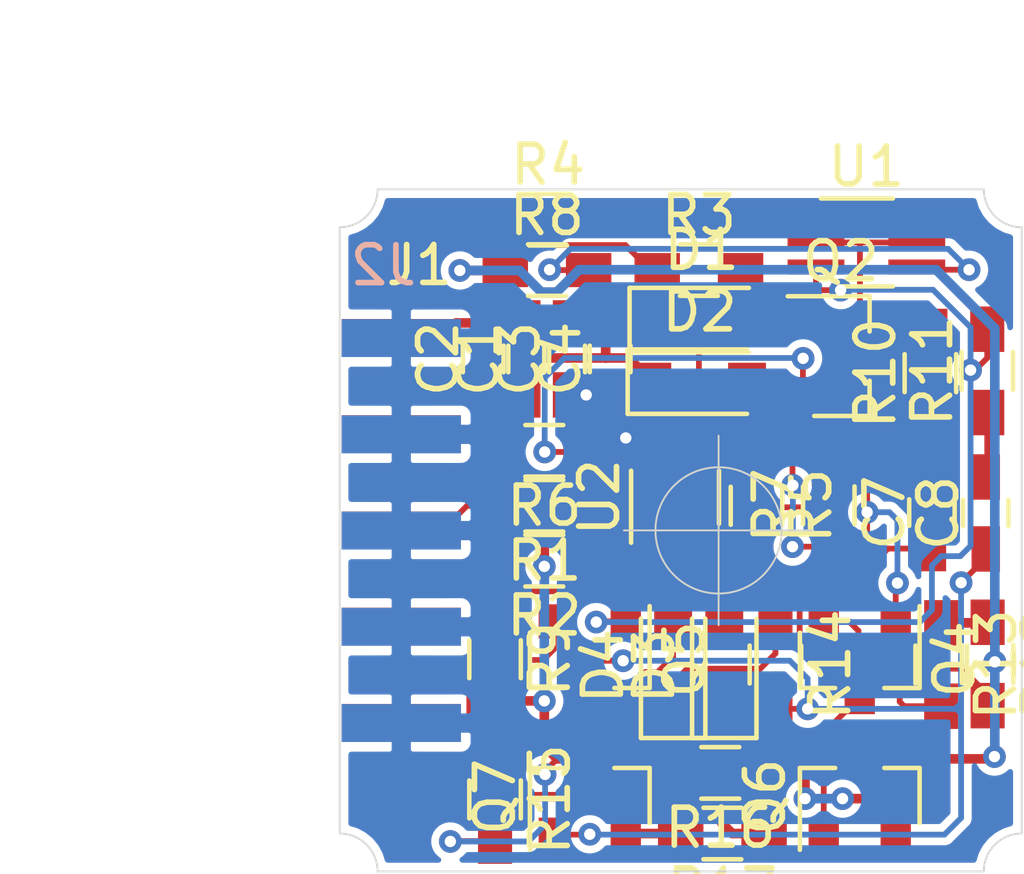
<source format=kicad_pcb>
(kicad_pcb (version 20171130) (host pcbnew "(5.1.2)-1")

  (general
    (thickness 1.6)
    (drawings 13)
    (tracks 319)
    (zones 0)
    (modules 36)
    (nets 30)
  )

  (page A4)
  (layers
    (0 F.Cu signal)
    (31 B.Cu signal)
    (32 B.Adhes user)
    (33 F.Adhes user)
    (34 B.Paste user)
    (35 F.Paste user)
    (36 B.SilkS user hide)
    (37 F.SilkS user hide)
    (38 B.Mask user)
    (39 F.Mask user)
    (40 Dwgs.User user)
    (41 Cmts.User user)
    (42 Eco1.User user hide)
    (43 Eco2.User user)
    (44 Edge.Cuts user)
    (45 Margin user)
    (46 B.CrtYd user)
    (47 F.CrtYd user)
    (48 B.Fab user hide)
    (49 F.Fab user hide)
  )

  (setup
    (last_trace_width 0.1524)
    (user_trace_width 0.2032)
    (user_trace_width 0.254)
    (user_trace_width 0.3048)
    (user_trace_width 0.508)
    (trace_clearance 0.1016)
    (zone_clearance 0.2032)
    (zone_45_only no)
    (trace_min 0.1524)
    (via_size 0.6)
    (via_drill 0.3)
    (via_min_size 0.4)
    (via_min_drill 0.3)
    (uvia_size 0.3)
    (uvia_drill 0.1)
    (uvias_allowed no)
    (uvia_min_size 0.2)
    (uvia_min_drill 0.1)
    (edge_width 0.05)
    (segment_width 0.2)
    (pcb_text_width 0.3)
    (pcb_text_size 1.5 1.5)
    (mod_edge_width 0.12)
    (mod_text_size 1 1)
    (mod_text_width 0.15)
    (pad_size 1.524 1.524)
    (pad_drill 0.762)
    (pad_to_mask_clearance 0)
    (aux_axis_origin 0 0)
    (visible_elements 7FFFFFFF)
    (pcbplotparams
      (layerselection 0x010fc_ffffffff)
      (usegerberextensions false)
      (usegerberattributes false)
      (usegerberadvancedattributes false)
      (creategerberjobfile false)
      (excludeedgelayer true)
      (linewidth 0.100000)
      (plotframeref false)
      (viasonmask false)
      (mode 1)
      (useauxorigin false)
      (hpglpennumber 1)
      (hpglpenspeed 20)
      (hpglpendiameter 15.000000)
      (psnegative false)
      (psa4output false)
      (plotreference true)
      (plotvalue true)
      (plotinvisibletext false)
      (padsonsilk false)
      (subtractmaskfromsilk false)
      (outputformat 1)
      (mirror false)
      (drillshape 1)
      (scaleselection 1)
      (outputdirectory ""))
  )

  (net 0 "")
  (net 1 -5V)
  (net 2 +5V)
  (net 3 "Net-(C7-Pad1)")
  (net 4 "Net-(C7-Pad2)")
  (net 5 "Net-(C8-Pad2)")
  (net 6 "Net-(C8-Pad1)")
  (net 7 "Net-(D1-Pad1)")
  (net 8 "Net-(D1-Pad2)")
  (net 9 "Net-(D3-Pad1)")
  (net 10 "Net-(D4-Pad1)")
  (net 11 /+IN)
  (net 12 "Net-(R1-Pad1)")
  (net 13 "Net-(R2-Pad1)")
  (net 14 /-IN)
  (net 15 "Net-(R4-Pad2)")
  (net 16 "Net-(R5-Pad1)")
  (net 17 "Net-(Q2-Pad3)")
  (net 18 "Net-(Q2-Pad2)")
  (net 19 "Net-(R7-Pad1)")
  (net 20 "Net-(R8-Pad2)")
  (net 21 "Net-(Q5-Pad1)")
  (net 22 "Net-(Q4-Pad1)")
  (net 23 "Net-(Q4-Pad2)")
  (net 24 "Net-(Q5-Pad2)")
  (net 25 "Net-(Q6-Pad2)")
  (net 26 /OUT)
  (net 27 "Net-(Q7-Pad2)")
  (net 28 "Net-(U1-Pad2)")
  (net 29 GND)

  (net_class Default "This is the default net class."
    (clearance 0.1016)
    (trace_width 0.1524)
    (via_dia 0.6)
    (via_drill 0.3)
    (uvia_dia 0.3)
    (uvia_drill 0.1)
    (add_net +5V)
    (add_net -5V)
    (add_net /+IN)
    (add_net /-IN)
    (add_net /OUT)
    (add_net GND)
    (add_net "Net-(C7-Pad1)")
    (add_net "Net-(C7-Pad2)")
    (add_net "Net-(C8-Pad1)")
    (add_net "Net-(C8-Pad2)")
    (add_net "Net-(D1-Pad1)")
    (add_net "Net-(D1-Pad2)")
    (add_net "Net-(D3-Pad1)")
    (add_net "Net-(D4-Pad1)")
    (add_net "Net-(Q2-Pad2)")
    (add_net "Net-(Q2-Pad3)")
    (add_net "Net-(Q4-Pad1)")
    (add_net "Net-(Q4-Pad2)")
    (add_net "Net-(Q5-Pad1)")
    (add_net "Net-(Q5-Pad2)")
    (add_net "Net-(Q6-Pad2)")
    (add_net "Net-(Q7-Pad2)")
    (add_net "Net-(R1-Pad1)")
    (add_net "Net-(R2-Pad1)")
    (add_net "Net-(R4-Pad2)")
    (add_net "Net-(R5-Pad1)")
    (add_net "Net-(R7-Pad1)")
    (add_net "Net-(R8-Pad2)")
    (add_net "Net-(U1-Pad2)")
  )

  (module Capacitors_SMD:C_0603_HandSoldering (layer F.Cu) (tedit 58AA848B) (tstamp 5D322169)
    (at 94.075 43.475 90)
    (descr "Capacitor SMD 0603, hand soldering")
    (tags "capacitor 0603")
    (path /5D3424EC)
    (attr smd)
    (fp_text reference C4 (at 0 -1.25 90) (layer F.SilkS)
      (effects (font (size 1 1) (thickness 0.15)))
    )
    (fp_text value 1u (at 0 1.5 90) (layer F.Fab)
      (effects (font (size 1 1) (thickness 0.15)))
    )
    (fp_text user %R (at 0 -1.25 90) (layer F.Fab)
      (effects (font (size 1 1) (thickness 0.15)))
    )
    (fp_line (start -0.8 0.4) (end -0.8 -0.4) (layer F.Fab) (width 0.1))
    (fp_line (start 0.8 0.4) (end -0.8 0.4) (layer F.Fab) (width 0.1))
    (fp_line (start 0.8 -0.4) (end 0.8 0.4) (layer F.Fab) (width 0.1))
    (fp_line (start -0.8 -0.4) (end 0.8 -0.4) (layer F.Fab) (width 0.1))
    (fp_line (start -0.35 -0.6) (end 0.35 -0.6) (layer F.SilkS) (width 0.12))
    (fp_line (start 0.35 0.6) (end -0.35 0.6) (layer F.SilkS) (width 0.12))
    (fp_line (start -1.8 -0.65) (end 1.8 -0.65) (layer F.CrtYd) (width 0.05))
    (fp_line (start -1.8 -0.65) (end -1.8 0.65) (layer F.CrtYd) (width 0.05))
    (fp_line (start 1.8 0.65) (end 1.8 -0.65) (layer F.CrtYd) (width 0.05))
    (fp_line (start 1.8 0.65) (end -1.8 0.65) (layer F.CrtYd) (width 0.05))
    (pad 1 smd rect (at -0.95 0 90) (size 1.2 0.75) (layers F.Cu F.Paste F.Mask)
      (net 29 GND))
    (pad 2 smd rect (at 0.95 0 90) (size 1.2 0.75) (layers F.Cu F.Paste F.Mask)
      (net 1 -5V))
    (model Capacitors_SMD.3dshapes/C_0603.wrl
      (at (xyz 0 0 0))
      (scale (xyz 1 1 1))
      (rotate (xyz 0 0 0))
    )
  )

  (module Capacitors_SMD:C_0603_HandSoldering (layer F.Cu) (tedit 58AA848B) (tstamp 5D322166)
    (at 93 43.475 90)
    (descr "Capacitor SMD 0603, hand soldering")
    (tags "capacitor 0603")
    (path /5D336433)
    (attr smd)
    (fp_text reference C3 (at 0 -1.25 90) (layer F.SilkS)
      (effects (font (size 1 1) (thickness 0.15)))
    )
    (fp_text value 1u (at 0 1.5 90) (layer F.Fab)
      (effects (font (size 1 1) (thickness 0.15)))
    )
    (fp_text user %R (at 0 -1.25 90) (layer F.Fab)
      (effects (font (size 1 1) (thickness 0.15)))
    )
    (fp_line (start -0.8 0.4) (end -0.8 -0.4) (layer F.Fab) (width 0.1))
    (fp_line (start 0.8 0.4) (end -0.8 0.4) (layer F.Fab) (width 0.1))
    (fp_line (start 0.8 -0.4) (end 0.8 0.4) (layer F.Fab) (width 0.1))
    (fp_line (start -0.8 -0.4) (end 0.8 -0.4) (layer F.Fab) (width 0.1))
    (fp_line (start -0.35 -0.6) (end 0.35 -0.6) (layer F.SilkS) (width 0.12))
    (fp_line (start 0.35 0.6) (end -0.35 0.6) (layer F.SilkS) (width 0.12))
    (fp_line (start -1.8 -0.65) (end 1.8 -0.65) (layer F.CrtYd) (width 0.05))
    (fp_line (start -1.8 -0.65) (end -1.8 0.65) (layer F.CrtYd) (width 0.05))
    (fp_line (start 1.8 0.65) (end 1.8 -0.65) (layer F.CrtYd) (width 0.05))
    (fp_line (start 1.8 0.65) (end -1.8 0.65) (layer F.CrtYd) (width 0.05))
    (pad 1 smd rect (at -0.95 0 90) (size 1.2 0.75) (layers F.Cu F.Paste F.Mask)
      (net 29 GND))
    (pad 2 smd rect (at 0.95 0 90) (size 1.2 0.75) (layers F.Cu F.Paste F.Mask)
      (net 2 +5V))
    (model Capacitors_SMD.3dshapes/C_0603.wrl
      (at (xyz 0 0 0))
      (scale (xyz 1 1 1))
      (rotate (xyz 0 0 0))
    )
  )

  (module footprints:PinHeader_1x5_2.54mm_SMD locked (layer B.Cu) (tedit 5D3160CC) (tstamp 5D321692)
    (at 88.15 40.505 180)
    (path /5D323FBD)
    (fp_text reference J2 (at 0 -0.5) (layer B.SilkS)
      (effects (font (size 1 1) (thickness 0.15)) (justify mirror))
    )
    (fp_text value Conn_01x05 (at 0 0.5) (layer B.Fab)
      (effects (font (size 1 1) (thickness 0.15)) (justify mirror))
    )
    (fp_line (start -0.46 -2.1) (end 0.6 -2.1) (layer B.Fab) (width 0.1))
    (fp_line (start 0.6 -2.1) (end 0.6 -2.74) (layer B.Fab) (width 0.1))
    (fp_line (start 0.6 -2.74) (end -0.46 -2.74) (layer B.Fab) (width 0.1))
    (fp_line (start -0.46 -4.64) (end 0.6 -4.64) (layer B.Fab) (width 0.1))
    (fp_line (start 0.6 -4.64) (end 0.6 -5.28) (layer B.Fab) (width 0.1))
    (fp_line (start 0.6 -5.28) (end -0.46 -5.28) (layer B.Fab) (width 0.1))
    (fp_line (start -0.46 -7.18) (end 0.6 -7.18) (layer B.Fab) (width 0.1))
    (fp_line (start 0.6 -7.18) (end 0.6 -7.82) (layer B.Fab) (width 0.1))
    (fp_line (start 0.6 -7.82) (end -0.46 -7.82) (layer B.Fab) (width 0.1))
    (fp_line (start -0.46 -9.72) (end 0.6 -9.72) (layer B.Fab) (width 0.1))
    (fp_line (start 0.6 -9.72) (end 0.6 -10.36) (layer B.Fab) (width 0.1))
    (fp_line (start 0.6 -10.36) (end -0.46 -10.36) (layer B.Fab) (width 0.1))
    (fp_line (start -0.46 -12.26) (end 0.6 -12.26) (layer B.Fab) (width 0.1))
    (fp_line (start 0.6 -12.26) (end 0.6 -12.9) (layer B.Fab) (width 0.1))
    (fp_line (start 0.6 -12.9) (end -0.46 -12.9) (layer B.Fab) (width 0.1))
    (pad 4 smd rect (at -0.475 -10.04 180) (size 3.15 1) (layers B.Cu B.Paste B.Mask)
      (net 29 GND))
    (pad 3 smd rect (at -0.475 -7.5 180) (size 3.15 1) (layers B.Cu B.Paste B.Mask)
      (net 29 GND))
    (pad 2 smd rect (at -0.475 -4.96 180) (size 3.15 1) (layers B.Cu B.Paste B.Mask)
      (net 29 GND))
    (pad 1 smd rect (at -0.475 -2.42 180) (size 3.15 1) (layers B.Cu B.Paste B.Mask)
      (net 29 GND))
    (pad 5 smd rect (at -0.475 -12.58 180) (size 3.15 1) (layers B.Cu B.Paste B.Mask)
      (net 29 GND))
  )

  (module Capacitors_SMD:C_0603_HandSoldering (layer F.Cu) (tedit 58AA848B) (tstamp 5D30700A)
    (at 91.925 43.475 90)
    (descr "Capacitor SMD 0603, hand soldering")
    (tags "capacitor 0603")
    (path /5D3A1ACF)
    (attr smd)
    (fp_text reference C1 (at 0 -1.25 90) (layer F.SilkS)
      (effects (font (size 1 1) (thickness 0.15)))
    )
    (fp_text value 1u (at 0 1.5 90) (layer F.Fab)
      (effects (font (size 1 1) (thickness 0.15)))
    )
    (fp_text user %R (at 0 -1.25 90) (layer F.Fab)
      (effects (font (size 1 1) (thickness 0.15)))
    )
    (fp_line (start -0.8 0.4) (end -0.8 -0.4) (layer F.Fab) (width 0.1))
    (fp_line (start 0.8 0.4) (end -0.8 0.4) (layer F.Fab) (width 0.1))
    (fp_line (start 0.8 -0.4) (end 0.8 0.4) (layer F.Fab) (width 0.1))
    (fp_line (start -0.8 -0.4) (end 0.8 -0.4) (layer F.Fab) (width 0.1))
    (fp_line (start -0.35 -0.6) (end 0.35 -0.6) (layer F.SilkS) (width 0.12))
    (fp_line (start 0.35 0.6) (end -0.35 0.6) (layer F.SilkS) (width 0.12))
    (fp_line (start -1.8 -0.65) (end 1.8 -0.65) (layer F.CrtYd) (width 0.05))
    (fp_line (start -1.8 -0.65) (end -1.8 0.65) (layer F.CrtYd) (width 0.05))
    (fp_line (start 1.8 0.65) (end 1.8 -0.65) (layer F.CrtYd) (width 0.05))
    (fp_line (start 1.8 0.65) (end -1.8 0.65) (layer F.CrtYd) (width 0.05))
    (pad 1 smd rect (at -0.95 0 90) (size 1.2 0.75) (layers F.Cu F.Paste F.Mask)
      (net 1 -5V))
    (pad 2 smd rect (at 0.95 0 90) (size 1.2 0.75) (layers F.Cu F.Paste F.Mask)
      (net 2 +5V))
    (model Capacitors_SMD.3dshapes/C_0603.wrl
      (at (xyz 0 0 0))
      (scale (xyz 1 1 1))
      (rotate (xyz 0 0 0))
    )
  )

  (module Capacitors_SMD:C_0603_HandSoldering (layer F.Cu) (tedit 58AA848B) (tstamp 5D30701B)
    (at 90.85 43.475 90)
    (descr "Capacitor SMD 0603, hand soldering")
    (tags "capacitor 0603")
    (path /5D3A2DF0)
    (attr smd)
    (fp_text reference C2 (at 0 -1.25 90) (layer F.SilkS)
      (effects (font (size 1 1) (thickness 0.15)))
    )
    (fp_text value 100n (at 0 1.5 90) (layer F.Fab)
      (effects (font (size 1 1) (thickness 0.15)))
    )
    (fp_line (start 1.8 0.65) (end -1.8 0.65) (layer F.CrtYd) (width 0.05))
    (fp_line (start 1.8 0.65) (end 1.8 -0.65) (layer F.CrtYd) (width 0.05))
    (fp_line (start -1.8 -0.65) (end -1.8 0.65) (layer F.CrtYd) (width 0.05))
    (fp_line (start -1.8 -0.65) (end 1.8 -0.65) (layer F.CrtYd) (width 0.05))
    (fp_line (start 0.35 0.6) (end -0.35 0.6) (layer F.SilkS) (width 0.12))
    (fp_line (start -0.35 -0.6) (end 0.35 -0.6) (layer F.SilkS) (width 0.12))
    (fp_line (start -0.8 -0.4) (end 0.8 -0.4) (layer F.Fab) (width 0.1))
    (fp_line (start 0.8 -0.4) (end 0.8 0.4) (layer F.Fab) (width 0.1))
    (fp_line (start 0.8 0.4) (end -0.8 0.4) (layer F.Fab) (width 0.1))
    (fp_line (start -0.8 0.4) (end -0.8 -0.4) (layer F.Fab) (width 0.1))
    (fp_text user %R (at 0 -1.25 90) (layer F.Fab)
      (effects (font (size 1 1) (thickness 0.15)))
    )
    (pad 2 smd rect (at 0.95 0 90) (size 1.2 0.75) (layers F.Cu F.Paste F.Mask)
      (net 2 +5V))
    (pad 1 smd rect (at -0.95 0 90) (size 1.2 0.75) (layers F.Cu F.Paste F.Mask)
      (net 1 -5V))
    (model Capacitors_SMD.3dshapes/C_0603.wrl
      (at (xyz 0 0 0))
      (scale (xyz 1 1 1))
      (rotate (xyz 0 0 0))
    )
  )

  (module Capacitors_SMD:C_0603_HandSoldering (layer F.Cu) (tedit 58AA848B) (tstamp 5D30702C)
    (at 102.63 47.53 90)
    (descr "Capacitor SMD 0603, hand soldering")
    (tags "capacitor 0603")
    (path /5D31C27D)
    (attr smd)
    (fp_text reference C7 (at 0 -1.25 90) (layer F.SilkS)
      (effects (font (size 1 1) (thickness 0.15)))
    )
    (fp_text value 68p (at 0 1.5 90) (layer F.Fab)
      (effects (font (size 1 1) (thickness 0.15)))
    )
    (fp_text user %R (at 0 -1.25 90) (layer F.Fab)
      (effects (font (size 1 1) (thickness 0.15)))
    )
    (fp_line (start -0.8 0.4) (end -0.8 -0.4) (layer F.Fab) (width 0.1))
    (fp_line (start 0.8 0.4) (end -0.8 0.4) (layer F.Fab) (width 0.1))
    (fp_line (start 0.8 -0.4) (end 0.8 0.4) (layer F.Fab) (width 0.1))
    (fp_line (start -0.8 -0.4) (end 0.8 -0.4) (layer F.Fab) (width 0.1))
    (fp_line (start -0.35 -0.6) (end 0.35 -0.6) (layer F.SilkS) (width 0.12))
    (fp_line (start 0.35 0.6) (end -0.35 0.6) (layer F.SilkS) (width 0.12))
    (fp_line (start -1.8 -0.65) (end 1.8 -0.65) (layer F.CrtYd) (width 0.05))
    (fp_line (start -1.8 -0.65) (end -1.8 0.65) (layer F.CrtYd) (width 0.05))
    (fp_line (start 1.8 0.65) (end 1.8 -0.65) (layer F.CrtYd) (width 0.05))
    (fp_line (start 1.8 0.65) (end -1.8 0.65) (layer F.CrtYd) (width 0.05))
    (pad 1 smd rect (at -0.95 0 90) (size 1.2 0.75) (layers F.Cu F.Paste F.Mask)
      (net 3 "Net-(C7-Pad1)"))
    (pad 2 smd rect (at 0.95 0 90) (size 1.2 0.75) (layers F.Cu F.Paste F.Mask)
      (net 4 "Net-(C7-Pad2)"))
    (model Capacitors_SMD.3dshapes/C_0603.wrl
      (at (xyz 0 0 0))
      (scale (xyz 1 1 1))
      (rotate (xyz 0 0 0))
    )
  )

  (module Capacitors_SMD:C_0603_HandSoldering (layer F.Cu) (tedit 58AA848B) (tstamp 5D30703D)
    (at 104.05 47.54 90)
    (descr "Capacitor SMD 0603, hand soldering")
    (tags "capacitor 0603")
    (path /5D3233F9)
    (attr smd)
    (fp_text reference C8 (at 0 -1.25 90) (layer F.SilkS)
      (effects (font (size 1 1) (thickness 0.15)))
    )
    (fp_text value 68p (at 0 1.5 90) (layer F.Fab)
      (effects (font (size 1 1) (thickness 0.15)))
    )
    (fp_line (start 1.8 0.65) (end -1.8 0.65) (layer F.CrtYd) (width 0.05))
    (fp_line (start 1.8 0.65) (end 1.8 -0.65) (layer F.CrtYd) (width 0.05))
    (fp_line (start -1.8 -0.65) (end -1.8 0.65) (layer F.CrtYd) (width 0.05))
    (fp_line (start -1.8 -0.65) (end 1.8 -0.65) (layer F.CrtYd) (width 0.05))
    (fp_line (start 0.35 0.6) (end -0.35 0.6) (layer F.SilkS) (width 0.12))
    (fp_line (start -0.35 -0.6) (end 0.35 -0.6) (layer F.SilkS) (width 0.12))
    (fp_line (start -0.8 -0.4) (end 0.8 -0.4) (layer F.Fab) (width 0.1))
    (fp_line (start 0.8 -0.4) (end 0.8 0.4) (layer F.Fab) (width 0.1))
    (fp_line (start 0.8 0.4) (end -0.8 0.4) (layer F.Fab) (width 0.1))
    (fp_line (start -0.8 0.4) (end -0.8 -0.4) (layer F.Fab) (width 0.1))
    (fp_text user %R (at 0 -1.25 90) (layer F.Fab)
      (effects (font (size 1 1) (thickness 0.15)))
    )
    (pad 2 smd rect (at 0.95 0 90) (size 1.2 0.75) (layers F.Cu F.Paste F.Mask)
      (net 5 "Net-(C8-Pad2)"))
    (pad 1 smd rect (at -0.95 0 90) (size 1.2 0.75) (layers F.Cu F.Paste F.Mask)
      (net 6 "Net-(C8-Pad1)"))
    (model Capacitors_SMD.3dshapes/C_0603.wrl
      (at (xyz 0 0 0))
      (scale (xyz 1 1 1))
      (rotate (xyz 0 0 0))
    )
  )

  (module Diodes_SMD:D_SOD-323_HandSoldering (layer F.Cu) (tedit 58641869) (tstamp 5D307055)
    (at 96.55 42.45)
    (descr SOD-323)
    (tags SOD-323)
    (path /5D306743)
    (attr smd)
    (fp_text reference D1 (at 0 -1.85) (layer F.SilkS)
      (effects (font (size 1 1) (thickness 0.15)))
    )
    (fp_text value 1N4148WS (at 0.1 1.9) (layer F.Fab)
      (effects (font (size 1 1) (thickness 0.15)))
    )
    (fp_text user %R (at 0 -1.85) (layer F.Fab)
      (effects (font (size 1 1) (thickness 0.15)))
    )
    (fp_line (start -1.9 -0.85) (end -1.9 0.85) (layer F.SilkS) (width 0.12))
    (fp_line (start 0.2 0) (end 0.45 0) (layer F.Fab) (width 0.1))
    (fp_line (start 0.2 0.35) (end -0.3 0) (layer F.Fab) (width 0.1))
    (fp_line (start 0.2 -0.35) (end 0.2 0.35) (layer F.Fab) (width 0.1))
    (fp_line (start -0.3 0) (end 0.2 -0.35) (layer F.Fab) (width 0.1))
    (fp_line (start -0.3 0) (end -0.5 0) (layer F.Fab) (width 0.1))
    (fp_line (start -0.3 -0.35) (end -0.3 0.35) (layer F.Fab) (width 0.1))
    (fp_line (start -0.9 0.7) (end -0.9 -0.7) (layer F.Fab) (width 0.1))
    (fp_line (start 0.9 0.7) (end -0.9 0.7) (layer F.Fab) (width 0.1))
    (fp_line (start 0.9 -0.7) (end 0.9 0.7) (layer F.Fab) (width 0.1))
    (fp_line (start -0.9 -0.7) (end 0.9 -0.7) (layer F.Fab) (width 0.1))
    (fp_line (start -2 -0.95) (end 2 -0.95) (layer F.CrtYd) (width 0.05))
    (fp_line (start 2 -0.95) (end 2 0.95) (layer F.CrtYd) (width 0.05))
    (fp_line (start -2 0.95) (end 2 0.95) (layer F.CrtYd) (width 0.05))
    (fp_line (start -2 -0.95) (end -2 0.95) (layer F.CrtYd) (width 0.05))
    (fp_line (start -1.9 0.85) (end 1.25 0.85) (layer F.SilkS) (width 0.12))
    (fp_line (start -1.9 -0.85) (end 1.25 -0.85) (layer F.SilkS) (width 0.12))
    (pad 1 smd rect (at -1.25 0) (size 1 1) (layers F.Cu F.Paste F.Mask)
      (net 7 "Net-(D1-Pad1)"))
    (pad 2 smd rect (at 1.25 0) (size 1 1) (layers F.Cu F.Paste F.Mask)
      (net 8 "Net-(D1-Pad2)"))
    (model ${KISYS3DMOD}/Diodes_SMD.3dshapes/D_SOD-323.wrl
      (at (xyz 0 0 0))
      (scale (xyz 1 1 1))
      (rotate (xyz 0 0 0))
    )
  )

  (module Diodes_SMD:D_SOD-323_HandSoldering (layer F.Cu) (tedit 58641869) (tstamp 5D30706D)
    (at 96.5 44.075)
    (descr SOD-323)
    (tags SOD-323)
    (path /5D355129)
    (attr smd)
    (fp_text reference D2 (at 0 -1.85) (layer F.SilkS)
      (effects (font (size 1 1) (thickness 0.15)))
    )
    (fp_text value 1N4148WS (at 0.1 1.9) (layer F.Fab)
      (effects (font (size 1 1) (thickness 0.15)))
    )
    (fp_line (start -1.9 -0.85) (end 1.25 -0.85) (layer F.SilkS) (width 0.12))
    (fp_line (start -1.9 0.85) (end 1.25 0.85) (layer F.SilkS) (width 0.12))
    (fp_line (start -2 -0.95) (end -2 0.95) (layer F.CrtYd) (width 0.05))
    (fp_line (start -2 0.95) (end 2 0.95) (layer F.CrtYd) (width 0.05))
    (fp_line (start 2 -0.95) (end 2 0.95) (layer F.CrtYd) (width 0.05))
    (fp_line (start -2 -0.95) (end 2 -0.95) (layer F.CrtYd) (width 0.05))
    (fp_line (start -0.9 -0.7) (end 0.9 -0.7) (layer F.Fab) (width 0.1))
    (fp_line (start 0.9 -0.7) (end 0.9 0.7) (layer F.Fab) (width 0.1))
    (fp_line (start 0.9 0.7) (end -0.9 0.7) (layer F.Fab) (width 0.1))
    (fp_line (start -0.9 0.7) (end -0.9 -0.7) (layer F.Fab) (width 0.1))
    (fp_line (start -0.3 -0.35) (end -0.3 0.35) (layer F.Fab) (width 0.1))
    (fp_line (start -0.3 0) (end -0.5 0) (layer F.Fab) (width 0.1))
    (fp_line (start -0.3 0) (end 0.2 -0.35) (layer F.Fab) (width 0.1))
    (fp_line (start 0.2 -0.35) (end 0.2 0.35) (layer F.Fab) (width 0.1))
    (fp_line (start 0.2 0.35) (end -0.3 0) (layer F.Fab) (width 0.1))
    (fp_line (start 0.2 0) (end 0.45 0) (layer F.Fab) (width 0.1))
    (fp_line (start -1.9 -0.85) (end -1.9 0.85) (layer F.SilkS) (width 0.12))
    (fp_text user %R (at 0 -1.85) (layer F.Fab)
      (effects (font (size 1 1) (thickness 0.15)))
    )
    (pad 2 smd rect (at 1.25 0) (size 1 1) (layers F.Cu F.Paste F.Mask)
      (net 7 "Net-(D1-Pad1)"))
    (pad 1 smd rect (at -1.25 0) (size 1 1) (layers F.Cu F.Paste F.Mask)
      (net 1 -5V))
    (model ${KISYS3DMOD}/Diodes_SMD.3dshapes/D_SOD-323.wrl
      (at (xyz 0 0 0))
      (scale (xyz 1 1 1))
      (rotate (xyz 0 0 0))
    )
  )

  (module Diodes_SMD:D_SOD-323_HandSoldering (layer F.Cu) (tedit 58641869) (tstamp 5D307085)
    (at 97.15 51.58 90)
    (descr SOD-323)
    (tags SOD-323)
    (path /5D355913)
    (attr smd)
    (fp_text reference D3 (at 0 -1.85 90) (layer F.SilkS)
      (effects (font (size 1 1) (thickness 0.15)))
    )
    (fp_text value 1N4148WS (at 0.1 1.9 90) (layer F.Fab)
      (effects (font (size 1 1) (thickness 0.15)))
    )
    (fp_line (start -1.9 -0.85) (end 1.25 -0.85) (layer F.SilkS) (width 0.12))
    (fp_line (start -1.9 0.85) (end 1.25 0.85) (layer F.SilkS) (width 0.12))
    (fp_line (start -2 -0.95) (end -2 0.95) (layer F.CrtYd) (width 0.05))
    (fp_line (start -2 0.95) (end 2 0.95) (layer F.CrtYd) (width 0.05))
    (fp_line (start 2 -0.95) (end 2 0.95) (layer F.CrtYd) (width 0.05))
    (fp_line (start -2 -0.95) (end 2 -0.95) (layer F.CrtYd) (width 0.05))
    (fp_line (start -0.9 -0.7) (end 0.9 -0.7) (layer F.Fab) (width 0.1))
    (fp_line (start 0.9 -0.7) (end 0.9 0.7) (layer F.Fab) (width 0.1))
    (fp_line (start 0.9 0.7) (end -0.9 0.7) (layer F.Fab) (width 0.1))
    (fp_line (start -0.9 0.7) (end -0.9 -0.7) (layer F.Fab) (width 0.1))
    (fp_line (start -0.3 -0.35) (end -0.3 0.35) (layer F.Fab) (width 0.1))
    (fp_line (start -0.3 0) (end -0.5 0) (layer F.Fab) (width 0.1))
    (fp_line (start -0.3 0) (end 0.2 -0.35) (layer F.Fab) (width 0.1))
    (fp_line (start 0.2 -0.35) (end 0.2 0.35) (layer F.Fab) (width 0.1))
    (fp_line (start 0.2 0.35) (end -0.3 0) (layer F.Fab) (width 0.1))
    (fp_line (start 0.2 0) (end 0.45 0) (layer F.Fab) (width 0.1))
    (fp_line (start -1.9 -0.85) (end -1.9 0.85) (layer F.SilkS) (width 0.12))
    (fp_text user %R (at 0 -1.85 90) (layer F.Fab)
      (effects (font (size 1 1) (thickness 0.15)))
    )
    (pad 2 smd rect (at 1.25 0 90) (size 1 1) (layers F.Cu F.Paste F.Mask)
      (net 3 "Net-(C7-Pad1)"))
    (pad 1 smd rect (at -1.25 0 90) (size 1 1) (layers F.Cu F.Paste F.Mask)
      (net 9 "Net-(D3-Pad1)"))
    (model ${KISYS3DMOD}/Diodes_SMD.3dshapes/D_SOD-323.wrl
      (at (xyz 0 0 0))
      (scale (xyz 1 1 1))
      (rotate (xyz 0 0 0))
    )
  )

  (module Diodes_SMD:D_SOD-323_HandSoldering (layer F.Cu) (tedit 58641869) (tstamp 5D30709D)
    (at 95.8 51.58 90)
    (descr SOD-323)
    (tags SOD-323)
    (path /5D3571F5)
    (attr smd)
    (fp_text reference D4 (at 0 -1.85 90) (layer F.SilkS)
      (effects (font (size 1 1) (thickness 0.15)))
    )
    (fp_text value 1N4148WS (at 0.1 1.9 90) (layer F.Fab)
      (effects (font (size 1 1) (thickness 0.15)))
    )
    (fp_text user %R (at 0 -1.85 90) (layer F.Fab)
      (effects (font (size 1 1) (thickness 0.15)))
    )
    (fp_line (start -1.9 -0.85) (end -1.9 0.85) (layer F.SilkS) (width 0.12))
    (fp_line (start 0.2 0) (end 0.45 0) (layer F.Fab) (width 0.1))
    (fp_line (start 0.2 0.35) (end -0.3 0) (layer F.Fab) (width 0.1))
    (fp_line (start 0.2 -0.35) (end 0.2 0.35) (layer F.Fab) (width 0.1))
    (fp_line (start -0.3 0) (end 0.2 -0.35) (layer F.Fab) (width 0.1))
    (fp_line (start -0.3 0) (end -0.5 0) (layer F.Fab) (width 0.1))
    (fp_line (start -0.3 -0.35) (end -0.3 0.35) (layer F.Fab) (width 0.1))
    (fp_line (start -0.9 0.7) (end -0.9 -0.7) (layer F.Fab) (width 0.1))
    (fp_line (start 0.9 0.7) (end -0.9 0.7) (layer F.Fab) (width 0.1))
    (fp_line (start 0.9 -0.7) (end 0.9 0.7) (layer F.Fab) (width 0.1))
    (fp_line (start -0.9 -0.7) (end 0.9 -0.7) (layer F.Fab) (width 0.1))
    (fp_line (start -2 -0.95) (end 2 -0.95) (layer F.CrtYd) (width 0.05))
    (fp_line (start 2 -0.95) (end 2 0.95) (layer F.CrtYd) (width 0.05))
    (fp_line (start -2 0.95) (end 2 0.95) (layer F.CrtYd) (width 0.05))
    (fp_line (start -2 -0.95) (end -2 0.95) (layer F.CrtYd) (width 0.05))
    (fp_line (start -1.9 0.85) (end 1.25 0.85) (layer F.SilkS) (width 0.12))
    (fp_line (start -1.9 -0.85) (end 1.25 -0.85) (layer F.SilkS) (width 0.12))
    (pad 1 smd rect (at -1.25 0 90) (size 1 1) (layers F.Cu F.Paste F.Mask)
      (net 10 "Net-(D4-Pad1)"))
    (pad 2 smd rect (at 1.25 0 90) (size 1 1) (layers F.Cu F.Paste F.Mask)
      (net 9 "Net-(D3-Pad1)"))
    (model ${KISYS3DMOD}/Diodes_SMD.3dshapes/D_SOD-323.wrl
      (at (xyz 0 0 0))
      (scale (xyz 1 1 1))
      (rotate (xyz 0 0 0))
    )
  )

  (module Resistors_SMD:R_0603_HandSoldering (layer F.Cu) (tedit 58E0A804) (tstamp 5D3070AE)
    (at 92.4 47.35 180)
    (descr "Resistor SMD 0603, hand soldering")
    (tags "resistor 0603")
    (path /5D3DDEC1)
    (attr smd)
    (fp_text reference R1 (at 0 -1.45) (layer F.SilkS)
      (effects (font (size 1 1) (thickness 0.15)))
    )
    (fp_text value 10k (at 0 1.55) (layer F.Fab)
      (effects (font (size 1 1) (thickness 0.15)))
    )
    (fp_line (start 1.95 0.7) (end -1.96 0.7) (layer F.CrtYd) (width 0.05))
    (fp_line (start 1.95 0.7) (end 1.95 -0.7) (layer F.CrtYd) (width 0.05))
    (fp_line (start -1.96 -0.7) (end -1.96 0.7) (layer F.CrtYd) (width 0.05))
    (fp_line (start -1.96 -0.7) (end 1.95 -0.7) (layer F.CrtYd) (width 0.05))
    (fp_line (start -0.5 -0.68) (end 0.5 -0.68) (layer F.SilkS) (width 0.12))
    (fp_line (start 0.5 0.68) (end -0.5 0.68) (layer F.SilkS) (width 0.12))
    (fp_line (start -0.8 -0.4) (end 0.8 -0.4) (layer F.Fab) (width 0.1))
    (fp_line (start 0.8 -0.4) (end 0.8 0.4) (layer F.Fab) (width 0.1))
    (fp_line (start 0.8 0.4) (end -0.8 0.4) (layer F.Fab) (width 0.1))
    (fp_line (start -0.8 0.4) (end -0.8 -0.4) (layer F.Fab) (width 0.1))
    (fp_text user %R (at 0 0) (layer F.Fab)
      (effects (font (size 0.4 0.4) (thickness 0.075)))
    )
    (pad 2 smd rect (at 1.1 0 180) (size 1.2 0.9) (layers F.Cu F.Paste F.Mask)
      (net 11 /+IN))
    (pad 1 smd rect (at -1.1 0 180) (size 1.2 0.9) (layers F.Cu F.Paste F.Mask)
      (net 12 "Net-(R1-Pad1)"))
    (model ${KISYS3DMOD}/Resistors_SMD.3dshapes/R_0603.wrl
      (at (xyz 0 0 0))
      (scale (xyz 1 1 1))
      (rotate (xyz 0 0 0))
    )
  )

  (module Resistors_SMD:R_0603_HandSoldering (layer F.Cu) (tedit 58E0A804) (tstamp 5D3070BF)
    (at 92.4 48.8 180)
    (descr "Resistor SMD 0603, hand soldering")
    (tags "resistor 0603")
    (path /5D3DD80A)
    (attr smd)
    (fp_text reference R2 (at 0 -1.45) (layer F.SilkS)
      (effects (font (size 1 1) (thickness 0.15)))
    )
    (fp_text value 10k (at 0 1.55) (layer F.Fab)
      (effects (font (size 1 1) (thickness 0.15)))
    )
    (fp_text user %R (at 0 0) (layer F.Fab)
      (effects (font (size 0.4 0.4) (thickness 0.075)))
    )
    (fp_line (start -0.8 0.4) (end -0.8 -0.4) (layer F.Fab) (width 0.1))
    (fp_line (start 0.8 0.4) (end -0.8 0.4) (layer F.Fab) (width 0.1))
    (fp_line (start 0.8 -0.4) (end 0.8 0.4) (layer F.Fab) (width 0.1))
    (fp_line (start -0.8 -0.4) (end 0.8 -0.4) (layer F.Fab) (width 0.1))
    (fp_line (start 0.5 0.68) (end -0.5 0.68) (layer F.SilkS) (width 0.12))
    (fp_line (start -0.5 -0.68) (end 0.5 -0.68) (layer F.SilkS) (width 0.12))
    (fp_line (start -1.96 -0.7) (end 1.95 -0.7) (layer F.CrtYd) (width 0.05))
    (fp_line (start -1.96 -0.7) (end -1.96 0.7) (layer F.CrtYd) (width 0.05))
    (fp_line (start 1.95 0.7) (end 1.95 -0.7) (layer F.CrtYd) (width 0.05))
    (fp_line (start 1.95 0.7) (end -1.96 0.7) (layer F.CrtYd) (width 0.05))
    (pad 1 smd rect (at -1.1 0 180) (size 1.2 0.9) (layers F.Cu F.Paste F.Mask)
      (net 13 "Net-(R2-Pad1)"))
    (pad 2 smd rect (at 1.1 0 180) (size 1.2 0.9) (layers F.Cu F.Paste F.Mask)
      (net 14 /-IN))
    (model ${KISYS3DMOD}/Resistors_SMD.3dshapes/R_0603.wrl
      (at (xyz 0 0 0))
      (scale (xyz 1 1 1))
      (rotate (xyz 0 0 0))
    )
  )

  (module Resistors_SMD:R_0603_HandSoldering (layer F.Cu) (tedit 58E0A804) (tstamp 5D3070D0)
    (at 96.48 41.13)
    (descr "Resistor SMD 0603, hand soldering")
    (tags "resistor 0603")
    (path /5D30884A)
    (attr smd)
    (fp_text reference R3 (at 0 -1.45) (layer F.SilkS)
      (effects (font (size 1 1) (thickness 0.15)))
    )
    (fp_text value 10k (at 0 1.55) (layer F.Fab)
      (effects (font (size 1 1) (thickness 0.15)))
    )
    (fp_text user %R (at 0 0) (layer F.Fab)
      (effects (font (size 0.4 0.4) (thickness 0.075)))
    )
    (fp_line (start -0.8 0.4) (end -0.8 -0.4) (layer F.Fab) (width 0.1))
    (fp_line (start 0.8 0.4) (end -0.8 0.4) (layer F.Fab) (width 0.1))
    (fp_line (start 0.8 -0.4) (end 0.8 0.4) (layer F.Fab) (width 0.1))
    (fp_line (start -0.8 -0.4) (end 0.8 -0.4) (layer F.Fab) (width 0.1))
    (fp_line (start 0.5 0.68) (end -0.5 0.68) (layer F.SilkS) (width 0.12))
    (fp_line (start -0.5 -0.68) (end 0.5 -0.68) (layer F.SilkS) (width 0.12))
    (fp_line (start -1.96 -0.7) (end 1.95 -0.7) (layer F.CrtYd) (width 0.05))
    (fp_line (start -1.96 -0.7) (end -1.96 0.7) (layer F.CrtYd) (width 0.05))
    (fp_line (start 1.95 0.7) (end 1.95 -0.7) (layer F.CrtYd) (width 0.05))
    (fp_line (start 1.95 0.7) (end -1.96 0.7) (layer F.CrtYd) (width 0.05))
    (pad 1 smd rect (at -1.1 0) (size 1.2 0.9) (layers F.Cu F.Paste F.Mask)
      (net 2 +5V))
    (pad 2 smd rect (at 1.1 0) (size 1.2 0.9) (layers F.Cu F.Paste F.Mask)
      (net 8 "Net-(D1-Pad2)"))
    (model ${KISYS3DMOD}/Resistors_SMD.3dshapes/R_0603.wrl
      (at (xyz 0 0 0))
      (scale (xyz 1 1 1))
      (rotate (xyz 0 0 0))
    )
  )

  (module Resistors_SMD:R_0603_HandSoldering (layer F.Cu) (tedit 58E0A804) (tstamp 5D3070E1)
    (at 92.5 39.8)
    (descr "Resistor SMD 0603, hand soldering")
    (tags "resistor 0603")
    (path /5D2FAAB0)
    (attr smd)
    (fp_text reference R4 (at 0 -1.45) (layer F.SilkS)
      (effects (font (size 1 1) (thickness 0.15)))
    )
    (fp_text value 100R (at 0 1.55) (layer F.Fab)
      (effects (font (size 1 1) (thickness 0.15)))
    )
    (fp_text user %R (at 0 0) (layer F.Fab)
      (effects (font (size 0.4 0.4) (thickness 0.075)))
    )
    (fp_line (start -0.8 0.4) (end -0.8 -0.4) (layer F.Fab) (width 0.1))
    (fp_line (start 0.8 0.4) (end -0.8 0.4) (layer F.Fab) (width 0.1))
    (fp_line (start 0.8 -0.4) (end 0.8 0.4) (layer F.Fab) (width 0.1))
    (fp_line (start -0.8 -0.4) (end 0.8 -0.4) (layer F.Fab) (width 0.1))
    (fp_line (start 0.5 0.68) (end -0.5 0.68) (layer F.SilkS) (width 0.12))
    (fp_line (start -0.5 -0.68) (end 0.5 -0.68) (layer F.SilkS) (width 0.12))
    (fp_line (start -1.96 -0.7) (end 1.95 -0.7) (layer F.CrtYd) (width 0.05))
    (fp_line (start -1.96 -0.7) (end -1.96 0.7) (layer F.CrtYd) (width 0.05))
    (fp_line (start 1.95 0.7) (end 1.95 -0.7) (layer F.CrtYd) (width 0.05))
    (fp_line (start 1.95 0.7) (end -1.96 0.7) (layer F.CrtYd) (width 0.05))
    (pad 1 smd rect (at -1.1 0) (size 1.2 0.9) (layers F.Cu F.Paste F.Mask)
      (net 2 +5V))
    (pad 2 smd rect (at 1.1 0) (size 1.2 0.9) (layers F.Cu F.Paste F.Mask)
      (net 15 "Net-(R4-Pad2)"))
    (model ${KISYS3DMOD}/Resistors_SMD.3dshapes/R_0603.wrl
      (at (xyz 0 0 0))
      (scale (xyz 1 1 1))
      (rotate (xyz 0 0 0))
    )
  )

  (module Resistors_SMD:R_0603_HandSoldering (layer F.Cu) (tedit 58E0A804) (tstamp 5D3070F2)
    (at 98 47.35 270)
    (descr "Resistor SMD 0603, hand soldering")
    (tags "resistor 0603")
    (path /5D301EDA)
    (attr smd)
    (fp_text reference R5 (at 0 -1.45 90) (layer F.SilkS)
      (effects (font (size 1 1) (thickness 0.15)))
    )
    (fp_text value 100R (at 0 1.55 90) (layer F.Fab)
      (effects (font (size 1 1) (thickness 0.15)))
    )
    (fp_text user %R (at 0 0 90) (layer F.Fab)
      (effects (font (size 0.4 0.4) (thickness 0.075)))
    )
    (fp_line (start -0.8 0.4) (end -0.8 -0.4) (layer F.Fab) (width 0.1))
    (fp_line (start 0.8 0.4) (end -0.8 0.4) (layer F.Fab) (width 0.1))
    (fp_line (start 0.8 -0.4) (end 0.8 0.4) (layer F.Fab) (width 0.1))
    (fp_line (start -0.8 -0.4) (end 0.8 -0.4) (layer F.Fab) (width 0.1))
    (fp_line (start 0.5 0.68) (end -0.5 0.68) (layer F.SilkS) (width 0.12))
    (fp_line (start -0.5 -0.68) (end 0.5 -0.68) (layer F.SilkS) (width 0.12))
    (fp_line (start -1.96 -0.7) (end 1.95 -0.7) (layer F.CrtYd) (width 0.05))
    (fp_line (start -1.96 -0.7) (end -1.96 0.7) (layer F.CrtYd) (width 0.05))
    (fp_line (start 1.95 0.7) (end 1.95 -0.7) (layer F.CrtYd) (width 0.05))
    (fp_line (start 1.95 0.7) (end -1.96 0.7) (layer F.CrtYd) (width 0.05))
    (pad 1 smd rect (at -1.1 0 270) (size 1.2 0.9) (layers F.Cu F.Paste F.Mask)
      (net 16 "Net-(R5-Pad1)"))
    (pad 2 smd rect (at 1.1 0 270) (size 1.2 0.9) (layers F.Cu F.Paste F.Mask)
      (net 17 "Net-(Q2-Pad3)"))
    (model ${KISYS3DMOD}/Resistors_SMD.3dshapes/R_0603.wrl
      (at (xyz 0 0 0))
      (scale (xyz 1 1 1))
      (rotate (xyz 0 0 0))
    )
  )

  (module Resistors_SMD:R_0603_HandSoldering (layer F.Cu) (tedit 58E0A804) (tstamp 5D307103)
    (at 92.4 45.9 180)
    (descr "Resistor SMD 0603, hand soldering")
    (tags "resistor 0603")
    (path /5D304F25)
    (attr smd)
    (fp_text reference R6 (at 0 -1.45) (layer F.SilkS)
      (effects (font (size 1 1) (thickness 0.15)))
    )
    (fp_text value 100R (at 0 1.55) (layer F.Fab)
      (effects (font (size 1 1) (thickness 0.15)))
    )
    (fp_line (start 1.95 0.7) (end -1.96 0.7) (layer F.CrtYd) (width 0.05))
    (fp_line (start 1.95 0.7) (end 1.95 -0.7) (layer F.CrtYd) (width 0.05))
    (fp_line (start -1.96 -0.7) (end -1.96 0.7) (layer F.CrtYd) (width 0.05))
    (fp_line (start -1.96 -0.7) (end 1.95 -0.7) (layer F.CrtYd) (width 0.05))
    (fp_line (start -0.5 -0.68) (end 0.5 -0.68) (layer F.SilkS) (width 0.12))
    (fp_line (start 0.5 0.68) (end -0.5 0.68) (layer F.SilkS) (width 0.12))
    (fp_line (start -0.8 -0.4) (end 0.8 -0.4) (layer F.Fab) (width 0.1))
    (fp_line (start 0.8 -0.4) (end 0.8 0.4) (layer F.Fab) (width 0.1))
    (fp_line (start 0.8 0.4) (end -0.8 0.4) (layer F.Fab) (width 0.1))
    (fp_line (start -0.8 0.4) (end -0.8 -0.4) (layer F.Fab) (width 0.1))
    (fp_text user %R (at 0 0) (layer F.Fab)
      (effects (font (size 0.4 0.4) (thickness 0.075)))
    )
    (pad 2 smd rect (at 1.1 0 180) (size 1.2 0.9) (layers F.Cu F.Paste F.Mask)
      (net 1 -5V))
    (pad 1 smd rect (at -1.1 0 180) (size 1.2 0.9) (layers F.Cu F.Paste F.Mask)
      (net 18 "Net-(Q2-Pad2)"))
    (model ${KISYS3DMOD}/Resistors_SMD.3dshapes/R_0603.wrl
      (at (xyz 0 0 0))
      (scale (xyz 1 1 1))
      (rotate (xyz 0 0 0))
    )
  )

  (module Resistors_SMD:R_0603_HandSoldering (layer F.Cu) (tedit 58E0A804) (tstamp 5D307114)
    (at 99.908333 47.34 90)
    (descr "Resistor SMD 0603, hand soldering")
    (tags "resistor 0603")
    (path /5D3025C5)
    (attr smd)
    (fp_text reference R7 (at 0 -1.45 90) (layer F.SilkS)
      (effects (font (size 1 1) (thickness 0.15)))
    )
    (fp_text value 100R (at 0 1.55 90) (layer F.Fab)
      (effects (font (size 1 1) (thickness 0.15)))
    )
    (fp_text user %R (at 0 0 90) (layer F.Fab)
      (effects (font (size 0.4 0.4) (thickness 0.075)))
    )
    (fp_line (start -0.8 0.4) (end -0.8 -0.4) (layer F.Fab) (width 0.1))
    (fp_line (start 0.8 0.4) (end -0.8 0.4) (layer F.Fab) (width 0.1))
    (fp_line (start 0.8 -0.4) (end 0.8 0.4) (layer F.Fab) (width 0.1))
    (fp_line (start -0.8 -0.4) (end 0.8 -0.4) (layer F.Fab) (width 0.1))
    (fp_line (start 0.5 0.68) (end -0.5 0.68) (layer F.SilkS) (width 0.12))
    (fp_line (start -0.5 -0.68) (end 0.5 -0.68) (layer F.SilkS) (width 0.12))
    (fp_line (start -1.96 -0.7) (end 1.95 -0.7) (layer F.CrtYd) (width 0.05))
    (fp_line (start -1.96 -0.7) (end -1.96 0.7) (layer F.CrtYd) (width 0.05))
    (fp_line (start 1.95 0.7) (end 1.95 -0.7) (layer F.CrtYd) (width 0.05))
    (fp_line (start 1.95 0.7) (end -1.96 0.7) (layer F.CrtYd) (width 0.05))
    (pad 1 smd rect (at -1.1 0 90) (size 1.2 0.9) (layers F.Cu F.Paste F.Mask)
      (net 19 "Net-(R7-Pad1)"))
    (pad 2 smd rect (at 1.1 0 90) (size 1.2 0.9) (layers F.Cu F.Paste F.Mask)
      (net 17 "Net-(Q2-Pad3)"))
    (model ${KISYS3DMOD}/Resistors_SMD.3dshapes/R_0603.wrl
      (at (xyz 0 0 0))
      (scale (xyz 1 1 1))
      (rotate (xyz 0 0 0))
    )
  )

  (module Resistors_SMD:R_0603_HandSoldering (layer F.Cu) (tedit 58E0A804) (tstamp 5D307125)
    (at 92.47 41.13)
    (descr "Resistor SMD 0603, hand soldering")
    (tags "resistor 0603")
    (path /5D2FB150)
    (attr smd)
    (fp_text reference R8 (at 0 -1.45) (layer F.SilkS)
      (effects (font (size 1 1) (thickness 0.15)))
    )
    (fp_text value 100R (at 0 1.55) (layer F.Fab)
      (effects (font (size 1 1) (thickness 0.15)))
    )
    (fp_line (start 1.95 0.7) (end -1.96 0.7) (layer F.CrtYd) (width 0.05))
    (fp_line (start 1.95 0.7) (end 1.95 -0.7) (layer F.CrtYd) (width 0.05))
    (fp_line (start -1.96 -0.7) (end -1.96 0.7) (layer F.CrtYd) (width 0.05))
    (fp_line (start -1.96 -0.7) (end 1.95 -0.7) (layer F.CrtYd) (width 0.05))
    (fp_line (start -0.5 -0.68) (end 0.5 -0.68) (layer F.SilkS) (width 0.12))
    (fp_line (start 0.5 0.68) (end -0.5 0.68) (layer F.SilkS) (width 0.12))
    (fp_line (start -0.8 -0.4) (end 0.8 -0.4) (layer F.Fab) (width 0.1))
    (fp_line (start 0.8 -0.4) (end 0.8 0.4) (layer F.Fab) (width 0.1))
    (fp_line (start 0.8 0.4) (end -0.8 0.4) (layer F.Fab) (width 0.1))
    (fp_line (start -0.8 0.4) (end -0.8 -0.4) (layer F.Fab) (width 0.1))
    (fp_text user %R (at 0 0) (layer F.Fab)
      (effects (font (size 0.4 0.4) (thickness 0.075)))
    )
    (pad 2 smd rect (at 1.1 0) (size 1.2 0.9) (layers F.Cu F.Paste F.Mask)
      (net 20 "Net-(R8-Pad2)"))
    (pad 1 smd rect (at -1.1 0) (size 1.2 0.9) (layers F.Cu F.Paste F.Mask)
      (net 2 +5V))
    (model ${KISYS3DMOD}/Resistors_SMD.3dshapes/R_0603.wrl
      (at (xyz 0 0 0))
      (scale (xyz 1 1 1))
      (rotate (xyz 0 0 0))
    )
  )

  (module Resistors_SMD:R_0603_HandSoldering (layer F.Cu) (tedit 58E0A804) (tstamp 5D307136)
    (at 91.1 51.4 270)
    (descr "Resistor SMD 0603, hand soldering")
    (tags "resistor 0603")
    (path /5D30AB7E)
    (attr smd)
    (fp_text reference R9 (at 0 -1.45 90) (layer F.SilkS)
      (effects (font (size 1 1) (thickness 0.15)))
    )
    (fp_text value 1k (at 0 1.55 90) (layer F.Fab)
      (effects (font (size 1 1) (thickness 0.15)))
    )
    (fp_line (start 1.95 0.7) (end -1.96 0.7) (layer F.CrtYd) (width 0.05))
    (fp_line (start 1.95 0.7) (end 1.95 -0.7) (layer F.CrtYd) (width 0.05))
    (fp_line (start -1.96 -0.7) (end -1.96 0.7) (layer F.CrtYd) (width 0.05))
    (fp_line (start -1.96 -0.7) (end 1.95 -0.7) (layer F.CrtYd) (width 0.05))
    (fp_line (start -0.5 -0.68) (end 0.5 -0.68) (layer F.SilkS) (width 0.12))
    (fp_line (start 0.5 0.68) (end -0.5 0.68) (layer F.SilkS) (width 0.12))
    (fp_line (start -0.8 -0.4) (end 0.8 -0.4) (layer F.Fab) (width 0.1))
    (fp_line (start 0.8 -0.4) (end 0.8 0.4) (layer F.Fab) (width 0.1))
    (fp_line (start 0.8 0.4) (end -0.8 0.4) (layer F.Fab) (width 0.1))
    (fp_line (start -0.8 0.4) (end -0.8 -0.4) (layer F.Fab) (width 0.1))
    (fp_text user %R (at 0 0 90) (layer F.Fab)
      (effects (font (size 0.4 0.4) (thickness 0.075)))
    )
    (pad 2 smd rect (at 1.1 0 270) (size 1.2 0.9) (layers F.Cu F.Paste F.Mask)
      (net 1 -5V))
    (pad 1 smd rect (at -1.1 0 270) (size 1.2 0.9) (layers F.Cu F.Paste F.Mask)
      (net 21 "Net-(Q5-Pad1)"))
    (model ${KISYS3DMOD}/Resistors_SMD.3dshapes/R_0603.wrl
      (at (xyz 0 0 0))
      (scale (xyz 1 1 1))
      (rotate (xyz 0 0 0))
    )
  )

  (module Resistors_SMD:R_0603_HandSoldering (layer F.Cu) (tedit 58E0A804) (tstamp 5D307147)
    (at 102.59 43.85 90)
    (descr "Resistor SMD 0603, hand soldering")
    (tags "resistor 0603")
    (path /5D31B480)
    (attr smd)
    (fp_text reference R10 (at 0 -1.45 90) (layer F.SilkS)
      (effects (font (size 1 1) (thickness 0.15)))
    )
    (fp_text value 680R (at 0 1.55 90) (layer F.Fab)
      (effects (font (size 1 1) (thickness 0.15)))
    )
    (fp_line (start 1.95 0.7) (end -1.96 0.7) (layer F.CrtYd) (width 0.05))
    (fp_line (start 1.95 0.7) (end 1.95 -0.7) (layer F.CrtYd) (width 0.05))
    (fp_line (start -1.96 -0.7) (end -1.96 0.7) (layer F.CrtYd) (width 0.05))
    (fp_line (start -1.96 -0.7) (end 1.95 -0.7) (layer F.CrtYd) (width 0.05))
    (fp_line (start -0.5 -0.68) (end 0.5 -0.68) (layer F.SilkS) (width 0.12))
    (fp_line (start 0.5 0.68) (end -0.5 0.68) (layer F.SilkS) (width 0.12))
    (fp_line (start -0.8 -0.4) (end 0.8 -0.4) (layer F.Fab) (width 0.1))
    (fp_line (start 0.8 -0.4) (end 0.8 0.4) (layer F.Fab) (width 0.1))
    (fp_line (start 0.8 0.4) (end -0.8 0.4) (layer F.Fab) (width 0.1))
    (fp_line (start -0.8 0.4) (end -0.8 -0.4) (layer F.Fab) (width 0.1))
    (fp_text user %R (at 0 0 90) (layer F.Fab)
      (effects (font (size 0.4 0.4) (thickness 0.075)))
    )
    (pad 2 smd rect (at 1.1 0 90) (size 1.2 0.9) (layers F.Cu F.Paste F.Mask)
      (net 22 "Net-(Q4-Pad1)"))
    (pad 1 smd rect (at -1.1 0 90) (size 1.2 0.9) (layers F.Cu F.Paste F.Mask)
      (net 4 "Net-(C7-Pad2)"))
    (model ${KISYS3DMOD}/Resistors_SMD.3dshapes/R_0603.wrl
      (at (xyz 0 0 0))
      (scale (xyz 1 1 1))
      (rotate (xyz 0 0 0))
    )
  )

  (module Resistors_SMD:R_0603_HandSoldering (layer F.Cu) (tedit 58E0A804) (tstamp 5D307158)
    (at 104.09 43.79 90)
    (descr "Resistor SMD 0603, hand soldering")
    (tags "resistor 0603")
    (path /5D3233F3)
    (attr smd)
    (fp_text reference R11 (at 0 -1.45 90) (layer F.SilkS)
      (effects (font (size 1 1) (thickness 0.15)))
    )
    (fp_text value 680R (at 0 1.55 90) (layer F.Fab)
      (effects (font (size 1 1) (thickness 0.15)))
    )
    (fp_text user %R (at 0 0 90) (layer F.Fab)
      (effects (font (size 0.4 0.4) (thickness 0.075)))
    )
    (fp_line (start -0.8 0.4) (end -0.8 -0.4) (layer F.Fab) (width 0.1))
    (fp_line (start 0.8 0.4) (end -0.8 0.4) (layer F.Fab) (width 0.1))
    (fp_line (start 0.8 -0.4) (end 0.8 0.4) (layer F.Fab) (width 0.1))
    (fp_line (start -0.8 -0.4) (end 0.8 -0.4) (layer F.Fab) (width 0.1))
    (fp_line (start 0.5 0.68) (end -0.5 0.68) (layer F.SilkS) (width 0.12))
    (fp_line (start -0.5 -0.68) (end 0.5 -0.68) (layer F.SilkS) (width 0.12))
    (fp_line (start -1.96 -0.7) (end 1.95 -0.7) (layer F.CrtYd) (width 0.05))
    (fp_line (start -1.96 -0.7) (end -1.96 0.7) (layer F.CrtYd) (width 0.05))
    (fp_line (start 1.95 0.7) (end 1.95 -0.7) (layer F.CrtYd) (width 0.05))
    (fp_line (start 1.95 0.7) (end -1.96 0.7) (layer F.CrtYd) (width 0.05))
    (pad 1 smd rect (at -1.1 0 90) (size 1.2 0.9) (layers F.Cu F.Paste F.Mask)
      (net 5 "Net-(C8-Pad2)"))
    (pad 2 smd rect (at 1.1 0 90) (size 1.2 0.9) (layers F.Cu F.Paste F.Mask)
      (net 21 "Net-(Q5-Pad1)"))
    (model ${KISYS3DMOD}/Resistors_SMD.3dshapes/R_0603.wrl
      (at (xyz 0 0 0))
      (scale (xyz 1 1 1))
      (rotate (xyz 0 0 0))
    )
  )

  (module Resistors_SMD:R_0603_HandSoldering (layer F.Cu) (tedit 58E0A804) (tstamp 5D307169)
    (at 104.1 51.525 270)
    (descr "Resistor SMD 0603, hand soldering")
    (tags "resistor 0603")
    (path /5D30D590)
    (attr smd)
    (fp_text reference R12 (at 0 -1.45 90) (layer F.SilkS)
      (effects (font (size 1 1) (thickness 0.15)))
    )
    (fp_text value 1k (at 0 1.55 90) (layer F.Fab)
      (effects (font (size 1 1) (thickness 0.15)))
    )
    (fp_line (start 1.95 0.7) (end -1.96 0.7) (layer F.CrtYd) (width 0.05))
    (fp_line (start 1.95 0.7) (end 1.95 -0.7) (layer F.CrtYd) (width 0.05))
    (fp_line (start -1.96 -0.7) (end -1.96 0.7) (layer F.CrtYd) (width 0.05))
    (fp_line (start -1.96 -0.7) (end 1.95 -0.7) (layer F.CrtYd) (width 0.05))
    (fp_line (start -0.5 -0.68) (end 0.5 -0.68) (layer F.SilkS) (width 0.12))
    (fp_line (start 0.5 0.68) (end -0.5 0.68) (layer F.SilkS) (width 0.12))
    (fp_line (start -0.8 -0.4) (end 0.8 -0.4) (layer F.Fab) (width 0.1))
    (fp_line (start 0.8 -0.4) (end 0.8 0.4) (layer F.Fab) (width 0.1))
    (fp_line (start 0.8 0.4) (end -0.8 0.4) (layer F.Fab) (width 0.1))
    (fp_line (start -0.8 0.4) (end -0.8 -0.4) (layer F.Fab) (width 0.1))
    (fp_text user %R (at 0 0 90) (layer F.Fab)
      (effects (font (size 0.4 0.4) (thickness 0.075)))
    )
    (pad 2 smd rect (at 1.1 0 270) (size 1.2 0.9) (layers F.Cu F.Paste F.Mask)
      (net 22 "Net-(Q4-Pad1)"))
    (pad 1 smd rect (at -1.1 0 270) (size 1.2 0.9) (layers F.Cu F.Paste F.Mask)
      (net 2 +5V))
    (model ${KISYS3DMOD}/Resistors_SMD.3dshapes/R_0603.wrl
      (at (xyz 0 0 0))
      (scale (xyz 1 1 1))
      (rotate (xyz 0 0 0))
    )
  )

  (module Resistors_SMD:R_0603_HandSoldering (layer F.Cu) (tedit 58E0A804) (tstamp 5D30717A)
    (at 102.875 51.54 270)
    (descr "Resistor SMD 0603, hand soldering")
    (tags "resistor 0603")
    (path /5D30DC61)
    (attr smd)
    (fp_text reference R13 (at 0 -1.45 90) (layer F.SilkS)
      (effects (font (size 1 1) (thickness 0.15)))
    )
    (fp_text value 47R (at 0 1.55 90) (layer F.Fab)
      (effects (font (size 1 1) (thickness 0.15)))
    )
    (fp_line (start 1.95 0.7) (end -1.96 0.7) (layer F.CrtYd) (width 0.05))
    (fp_line (start 1.95 0.7) (end 1.95 -0.7) (layer F.CrtYd) (width 0.05))
    (fp_line (start -1.96 -0.7) (end -1.96 0.7) (layer F.CrtYd) (width 0.05))
    (fp_line (start -1.96 -0.7) (end 1.95 -0.7) (layer F.CrtYd) (width 0.05))
    (fp_line (start -0.5 -0.68) (end 0.5 -0.68) (layer F.SilkS) (width 0.12))
    (fp_line (start 0.5 0.68) (end -0.5 0.68) (layer F.SilkS) (width 0.12))
    (fp_line (start -0.8 -0.4) (end 0.8 -0.4) (layer F.Fab) (width 0.1))
    (fp_line (start 0.8 -0.4) (end 0.8 0.4) (layer F.Fab) (width 0.1))
    (fp_line (start 0.8 0.4) (end -0.8 0.4) (layer F.Fab) (width 0.1))
    (fp_line (start -0.8 0.4) (end -0.8 -0.4) (layer F.Fab) (width 0.1))
    (fp_text user %R (at 0 0 90) (layer F.Fab)
      (effects (font (size 0.4 0.4) (thickness 0.075)))
    )
    (pad 2 smd rect (at 1.1 0 270) (size 1.2 0.9) (layers F.Cu F.Paste F.Mask)
      (net 23 "Net-(Q4-Pad2)"))
    (pad 1 smd rect (at -1.1 0 270) (size 1.2 0.9) (layers F.Cu F.Paste F.Mask)
      (net 2 +5V))
    (model ${KISYS3DMOD}/Resistors_SMD.3dshapes/R_0603.wrl
      (at (xyz 0 0 0))
      (scale (xyz 1 1 1))
      (rotate (xyz 0 0 0))
    )
  )

  (module Resistors_SMD:R_0603_HandSoldering (layer F.Cu) (tedit 58E0A804) (tstamp 5D30718B)
    (at 98.5 51.54 270)
    (descr "Resistor SMD 0603, hand soldering")
    (tags "resistor 0603")
    (path /5D318299)
    (attr smd)
    (fp_text reference R14 (at 0 -1.45 90) (layer F.SilkS)
      (effects (font (size 1 1) (thickness 0.15)))
    )
    (fp_text value 22R (at 0 1.55 90) (layer F.Fab)
      (effects (font (size 1 1) (thickness 0.15)))
    )
    (fp_line (start 1.95 0.7) (end -1.96 0.7) (layer F.CrtYd) (width 0.05))
    (fp_line (start 1.95 0.7) (end 1.95 -0.7) (layer F.CrtYd) (width 0.05))
    (fp_line (start -1.96 -0.7) (end -1.96 0.7) (layer F.CrtYd) (width 0.05))
    (fp_line (start -1.96 -0.7) (end 1.95 -0.7) (layer F.CrtYd) (width 0.05))
    (fp_line (start -0.5 -0.68) (end 0.5 -0.68) (layer F.SilkS) (width 0.12))
    (fp_line (start 0.5 0.68) (end -0.5 0.68) (layer F.SilkS) (width 0.12))
    (fp_line (start -0.8 -0.4) (end 0.8 -0.4) (layer F.Fab) (width 0.1))
    (fp_line (start 0.8 -0.4) (end 0.8 0.4) (layer F.Fab) (width 0.1))
    (fp_line (start 0.8 0.4) (end -0.8 0.4) (layer F.Fab) (width 0.1))
    (fp_line (start -0.8 0.4) (end -0.8 -0.4) (layer F.Fab) (width 0.1))
    (fp_text user %R (at 0 0 90) (layer F.Fab)
      (effects (font (size 0.4 0.4) (thickness 0.075)))
    )
    (pad 2 smd rect (at 1.1 0 270) (size 1.2 0.9) (layers F.Cu F.Paste F.Mask)
      (net 6 "Net-(C8-Pad1)"))
    (pad 1 smd rect (at -1.1 0 270) (size 1.2 0.9) (layers F.Cu F.Paste F.Mask)
      (net 10 "Net-(D4-Pad1)"))
    (model ${KISYS3DMOD}/Resistors_SMD.3dshapes/R_0603.wrl
      (at (xyz 0 0 0))
      (scale (xyz 1 1 1))
      (rotate (xyz 0 0 0))
    )
  )

  (module Resistors_SMD:R_0603_HandSoldering (layer F.Cu) (tedit 58E0A804) (tstamp 5D30719C)
    (at 91.1 55.1 270)
    (descr "Resistor SMD 0603, hand soldering")
    (tags "resistor 0603")
    (path /5D31592E)
    (attr smd)
    (fp_text reference R15 (at 0 -1.45 90) (layer F.SilkS)
      (effects (font (size 1 1) (thickness 0.15)))
    )
    (fp_text value 47R (at 0 1.55 90) (layer F.Fab)
      (effects (font (size 1 1) (thickness 0.15)))
    )
    (fp_text user %R (at 0 0 90) (layer F.Fab)
      (effects (font (size 0.4 0.4) (thickness 0.075)))
    )
    (fp_line (start -0.8 0.4) (end -0.8 -0.4) (layer F.Fab) (width 0.1))
    (fp_line (start 0.8 0.4) (end -0.8 0.4) (layer F.Fab) (width 0.1))
    (fp_line (start 0.8 -0.4) (end 0.8 0.4) (layer F.Fab) (width 0.1))
    (fp_line (start -0.8 -0.4) (end 0.8 -0.4) (layer F.Fab) (width 0.1))
    (fp_line (start 0.5 0.68) (end -0.5 0.68) (layer F.SilkS) (width 0.12))
    (fp_line (start -0.5 -0.68) (end 0.5 -0.68) (layer F.SilkS) (width 0.12))
    (fp_line (start -1.96 -0.7) (end 1.95 -0.7) (layer F.CrtYd) (width 0.05))
    (fp_line (start -1.96 -0.7) (end -1.96 0.7) (layer F.CrtYd) (width 0.05))
    (fp_line (start 1.95 0.7) (end 1.95 -0.7) (layer F.CrtYd) (width 0.05))
    (fp_line (start 1.95 0.7) (end -1.96 0.7) (layer F.CrtYd) (width 0.05))
    (pad 1 smd rect (at -1.1 0 270) (size 1.2 0.9) (layers F.Cu F.Paste F.Mask)
      (net 24 "Net-(Q5-Pad2)"))
    (pad 2 smd rect (at 1.1 0 270) (size 1.2 0.9) (layers F.Cu F.Paste F.Mask)
      (net 1 -5V))
    (model ${KISYS3DMOD}/Resistors_SMD.3dshapes/R_0603.wrl
      (at (xyz 0 0 0))
      (scale (xyz 1 1 1))
      (rotate (xyz 0 0 0))
    )
  )

  (module Resistors_SMD:R_0603_HandSoldering (layer F.Cu) (tedit 58E0A804) (tstamp 5D3071AD)
    (at 97.045 54.4 180)
    (descr "Resistor SMD 0603, hand soldering")
    (tags "resistor 0603")
    (path /5D3669A9)
    (attr smd)
    (fp_text reference R16 (at 0 -1.45) (layer F.SilkS)
      (effects (font (size 1 1) (thickness 0.15)))
    )
    (fp_text value 10R (at 0 1.55) (layer F.Fab)
      (effects (font (size 1 1) (thickness 0.15)))
    )
    (fp_text user %R (at 0 0) (layer F.Fab)
      (effects (font (size 0.4 0.4) (thickness 0.075)))
    )
    (fp_line (start -0.8 0.4) (end -0.8 -0.4) (layer F.Fab) (width 0.1))
    (fp_line (start 0.8 0.4) (end -0.8 0.4) (layer F.Fab) (width 0.1))
    (fp_line (start 0.8 -0.4) (end 0.8 0.4) (layer F.Fab) (width 0.1))
    (fp_line (start -0.8 -0.4) (end 0.8 -0.4) (layer F.Fab) (width 0.1))
    (fp_line (start 0.5 0.68) (end -0.5 0.68) (layer F.SilkS) (width 0.12))
    (fp_line (start -0.5 -0.68) (end 0.5 -0.68) (layer F.SilkS) (width 0.12))
    (fp_line (start -1.96 -0.7) (end 1.95 -0.7) (layer F.CrtYd) (width 0.05))
    (fp_line (start -1.96 -0.7) (end -1.96 0.7) (layer F.CrtYd) (width 0.05))
    (fp_line (start 1.95 0.7) (end 1.95 -0.7) (layer F.CrtYd) (width 0.05))
    (fp_line (start 1.95 0.7) (end -1.96 0.7) (layer F.CrtYd) (width 0.05))
    (pad 1 smd rect (at -1.1 0 180) (size 1.2 0.9) (layers F.Cu F.Paste F.Mask)
      (net 25 "Net-(Q6-Pad2)"))
    (pad 2 smd rect (at 1.1 0 180) (size 1.2 0.9) (layers F.Cu F.Paste F.Mask)
      (net 26 /OUT))
    (model ${KISYS3DMOD}/Resistors_SMD.3dshapes/R_0603.wrl
      (at (xyz 0 0 0))
      (scale (xyz 1 1 1))
      (rotate (xyz 0 0 0))
    )
  )

  (module Resistors_SMD:R_0603_HandSoldering (layer F.Cu) (tedit 58E0A804) (tstamp 5D3071BE)
    (at 97.1 56 180)
    (descr "Resistor SMD 0603, hand soldering")
    (tags "resistor 0603")
    (path /5D36665C)
    (attr smd)
    (fp_text reference R17 (at 0 -1.45) (layer F.SilkS)
      (effects (font (size 1 1) (thickness 0.15)))
    )
    (fp_text value 10R (at 0 1.55) (layer F.Fab)
      (effects (font (size 1 1) (thickness 0.15)))
    )
    (fp_line (start 1.95 0.7) (end -1.96 0.7) (layer F.CrtYd) (width 0.05))
    (fp_line (start 1.95 0.7) (end 1.95 -0.7) (layer F.CrtYd) (width 0.05))
    (fp_line (start -1.96 -0.7) (end -1.96 0.7) (layer F.CrtYd) (width 0.05))
    (fp_line (start -1.96 -0.7) (end 1.95 -0.7) (layer F.CrtYd) (width 0.05))
    (fp_line (start -0.5 -0.68) (end 0.5 -0.68) (layer F.SilkS) (width 0.12))
    (fp_line (start 0.5 0.68) (end -0.5 0.68) (layer F.SilkS) (width 0.12))
    (fp_line (start -0.8 -0.4) (end 0.8 -0.4) (layer F.Fab) (width 0.1))
    (fp_line (start 0.8 -0.4) (end 0.8 0.4) (layer F.Fab) (width 0.1))
    (fp_line (start 0.8 0.4) (end -0.8 0.4) (layer F.Fab) (width 0.1))
    (fp_line (start -0.8 0.4) (end -0.8 -0.4) (layer F.Fab) (width 0.1))
    (fp_text user %R (at 0 0) (layer F.Fab)
      (effects (font (size 0.4 0.4) (thickness 0.075)))
    )
    (pad 2 smd rect (at 1.1 0 180) (size 1.2 0.9) (layers F.Cu F.Paste F.Mask)
      (net 27 "Net-(Q7-Pad2)"))
    (pad 1 smd rect (at -1.1 0 180) (size 1.2 0.9) (layers F.Cu F.Paste F.Mask)
      (net 26 /OUT))
    (model ${KISYS3DMOD}/Resistors_SMD.3dshapes/R_0603.wrl
      (at (xyz 0 0 0))
      (scale (xyz 1 1 1))
      (rotate (xyz 0 0 0))
    )
  )

  (module TO_SOT_Packages_SMD:SOT-363_SC-70-6_Handsoldering (layer F.Cu) (tedit 58CE4E7F) (tstamp 5D3071D4)
    (at 100.9 40.4)
    (descr "SOT-363, SC-70-6, Handsoldering")
    (tags "SOT-363 SC-70-6 Handsoldering")
    (path /5D2F8B7C)
    (attr smd)
    (fp_text reference U1 (at 0 -2) (layer F.SilkS)
      (effects (font (size 1 1) (thickness 0.15)))
    )
    (fp_text value BCM856BS (at 0 2 180) (layer F.Fab)
      (effects (font (size 1 1) (thickness 0.15)))
    )
    (fp_text user %R (at 0 0 90) (layer F.Fab)
      (effects (font (size 0.5 0.5) (thickness 0.075)))
    )
    (fp_line (start -2.4 1.4) (end 2.4 1.4) (layer F.CrtYd) (width 0.05))
    (fp_line (start 0.7 -1.16) (end -1.2 -1.16) (layer F.SilkS) (width 0.12))
    (fp_line (start -0.7 1.16) (end 0.7 1.16) (layer F.SilkS) (width 0.12))
    (fp_line (start 2.4 1.4) (end 2.4 -1.4) (layer F.CrtYd) (width 0.05))
    (fp_line (start -2.4 -1.4) (end -2.4 1.4) (layer F.CrtYd) (width 0.05))
    (fp_line (start -2.4 -1.4) (end 2.4 -1.4) (layer F.CrtYd) (width 0.05))
    (fp_line (start 0.675 -1.1) (end -0.175 -1.1) (layer F.Fab) (width 0.1))
    (fp_line (start -0.675 -0.6) (end -0.675 1.1) (layer F.Fab) (width 0.1))
    (fp_line (start 0.675 -1.1) (end 0.675 1.1) (layer F.Fab) (width 0.1))
    (fp_line (start 0.675 1.1) (end -0.675 1.1) (layer F.Fab) (width 0.1))
    (fp_line (start -0.175 -1.1) (end -0.675 -0.6) (layer F.Fab) (width 0.1))
    (pad 1 smd rect (at -1.33 -0.65) (size 1.5 0.4) (layers F.Cu F.Paste F.Mask)
      (net 15 "Net-(R4-Pad2)"))
    (pad 2 smd rect (at -1.33 0) (size 1.5 0.4) (layers F.Cu F.Paste F.Mask)
      (net 28 "Net-(U1-Pad2)"))
    (pad 3 smd rect (at -1.33 0.65) (size 1.5 0.4) (layers F.Cu F.Paste F.Mask)
      (net 21 "Net-(Q5-Pad1)"))
    (pad 4 smd rect (at 1.33 0.65) (size 1.5 0.4) (layers F.Cu F.Paste F.Mask)
      (net 20 "Net-(R8-Pad2)"))
    (pad 5 smd rect (at 1.33 0) (size 1.5 0.4) (layers F.Cu F.Paste F.Mask)
      (net 28 "Net-(U1-Pad2)"))
    (pad 6 smd rect (at 1.33 -0.65) (size 1.5 0.4) (layers F.Cu F.Paste F.Mask)
      (net 28 "Net-(U1-Pad2)"))
    (model ${KISYS3DMOD}/TO_SOT_Packages_SMD.3dshapes/SOT-363_SC-70-6.wrl
      (at (xyz 0 0 0))
      (scale (xyz 1 1 1))
      (rotate (xyz 0 0 0))
    )
  )

  (module TO_SOT_Packages_SMD:SOT-363_SC-70-6_Handsoldering (layer F.Cu) (tedit 58CE4E7F) (tstamp 5D3071EA)
    (at 95.85 47.125 90)
    (descr "SOT-363, SC-70-6, Handsoldering")
    (tags "SOT-363 SC-70-6 Handsoldering")
    (path /5D2F6965)
    (attr smd)
    (fp_text reference U2 (at 0 -2 90) (layer F.SilkS)
      (effects (font (size 1 1) (thickness 0.15)))
    )
    (fp_text value BCM847BS (at 0 2 270) (layer F.Fab)
      (effects (font (size 1 1) (thickness 0.15)))
    )
    (fp_line (start -0.175 -1.1) (end -0.675 -0.6) (layer F.Fab) (width 0.1))
    (fp_line (start 0.675 1.1) (end -0.675 1.1) (layer F.Fab) (width 0.1))
    (fp_line (start 0.675 -1.1) (end 0.675 1.1) (layer F.Fab) (width 0.1))
    (fp_line (start -0.675 -0.6) (end -0.675 1.1) (layer F.Fab) (width 0.1))
    (fp_line (start 0.675 -1.1) (end -0.175 -1.1) (layer F.Fab) (width 0.1))
    (fp_line (start -2.4 -1.4) (end 2.4 -1.4) (layer F.CrtYd) (width 0.05))
    (fp_line (start -2.4 -1.4) (end -2.4 1.4) (layer F.CrtYd) (width 0.05))
    (fp_line (start 2.4 1.4) (end 2.4 -1.4) (layer F.CrtYd) (width 0.05))
    (fp_line (start -0.7 1.16) (end 0.7 1.16) (layer F.SilkS) (width 0.12))
    (fp_line (start 0.7 -1.16) (end -1.2 -1.16) (layer F.SilkS) (width 0.12))
    (fp_line (start -2.4 1.4) (end 2.4 1.4) (layer F.CrtYd) (width 0.05))
    (fp_text user %R (at 0 0) (layer F.Fab)
      (effects (font (size 0.5 0.5) (thickness 0.075)))
    )
    (pad 6 smd rect (at 1.33 -0.65 90) (size 1.5 0.4) (layers F.Cu F.Paste F.Mask)
      (net 28 "Net-(U1-Pad2)"))
    (pad 5 smd rect (at 1.33 0 90) (size 1.5 0.4) (layers F.Cu F.Paste F.Mask)
      (net 12 "Net-(R1-Pad1)"))
    (pad 4 smd rect (at 1.33 0.65 90) (size 1.5 0.4) (layers F.Cu F.Paste F.Mask)
      (net 19 "Net-(R7-Pad1)"))
    (pad 3 smd rect (at -1.33 0.65 90) (size 1.5 0.4) (layers F.Cu F.Paste F.Mask)
      (net 22 "Net-(Q4-Pad1)"))
    (pad 2 smd rect (at -1.33 0 90) (size 1.5 0.4) (layers F.Cu F.Paste F.Mask)
      (net 13 "Net-(R2-Pad1)"))
    (pad 1 smd rect (at -1.33 -0.65 90) (size 1.5 0.4) (layers F.Cu F.Paste F.Mask)
      (net 16 "Net-(R5-Pad1)"))
    (model ${KISYS3DMOD}/TO_SOT_Packages_SMD.3dshapes/SOT-363_SC-70-6.wrl
      (at (xyz 0 0 0))
      (scale (xyz 1 1 1))
      (rotate (xyz 0 0 0))
    )
  )

  (module TO_SOT_Packages_SMD:SOT-23 (layer F.Cu) (tedit 58CE4E7E) (tstamp 5D307E8D)
    (at 100.225 43.4)
    (descr "SOT-23, Standard")
    (tags SOT-23)
    (path /5D3034FE)
    (attr smd)
    (fp_text reference Q2 (at 0 -2.5) (layer F.SilkS)
      (effects (font (size 1 1) (thickness 0.15)))
    )
    (fp_text value BC847 (at 0 2.5) (layer F.Fab)
      (effects (font (size 1 1) (thickness 0.15)))
    )
    (fp_line (start 0.76 1.58) (end -0.7 1.58) (layer F.SilkS) (width 0.12))
    (fp_line (start 0.76 -1.58) (end -1.4 -1.58) (layer F.SilkS) (width 0.12))
    (fp_line (start -1.7 1.75) (end -1.7 -1.75) (layer F.CrtYd) (width 0.05))
    (fp_line (start 1.7 1.75) (end -1.7 1.75) (layer F.CrtYd) (width 0.05))
    (fp_line (start 1.7 -1.75) (end 1.7 1.75) (layer F.CrtYd) (width 0.05))
    (fp_line (start -1.7 -1.75) (end 1.7 -1.75) (layer F.CrtYd) (width 0.05))
    (fp_line (start 0.76 -1.58) (end 0.76 -0.65) (layer F.SilkS) (width 0.12))
    (fp_line (start 0.76 1.58) (end 0.76 0.65) (layer F.SilkS) (width 0.12))
    (fp_line (start -0.7 1.52) (end 0.7 1.52) (layer F.Fab) (width 0.1))
    (fp_line (start 0.7 -1.52) (end 0.7 1.52) (layer F.Fab) (width 0.1))
    (fp_line (start -0.7 -0.95) (end -0.15 -1.52) (layer F.Fab) (width 0.1))
    (fp_line (start -0.15 -1.52) (end 0.7 -1.52) (layer F.Fab) (width 0.1))
    (fp_line (start -0.7 -0.95) (end -0.7 1.5) (layer F.Fab) (width 0.1))
    (fp_text user %R (at 0 0 90) (layer F.Fab)
      (effects (font (size 0.5 0.5) (thickness 0.075)))
    )
    (pad 3 smd rect (at 1 0) (size 0.9 0.8) (layers F.Cu F.Paste F.Mask)
      (net 17 "Net-(Q2-Pad3)"))
    (pad 2 smd rect (at -1 0.95) (size 0.9 0.8) (layers F.Cu F.Paste F.Mask)
      (net 18 "Net-(Q2-Pad2)"))
    (pad 1 smd rect (at -1 -0.95) (size 0.9 0.8) (layers F.Cu F.Paste F.Mask)
      (net 8 "Net-(D1-Pad2)"))
    (model ${KISYS3DMOD}/TO_SOT_Packages_SMD.3dshapes/SOT-23.wrl
      (at (xyz 0 0 0))
      (scale (xyz 1 1 1))
      (rotate (xyz 0 0 0))
    )
  )

  (module TO_SOT_Packages_SMD:SOT-23 (layer F.Cu) (tedit 58CE4E7E) (tstamp 5D307EA2)
    (at 100.725 51.4 270)
    (descr "SOT-23, Standard")
    (tags SOT-23)
    (path /5D30B3CA)
    (attr smd)
    (fp_text reference Q4 (at 0 -2.5 90) (layer F.SilkS)
      (effects (font (size 1 1) (thickness 0.15)))
    )
    (fp_text value BC856 (at 0 2.5 90) (layer F.Fab)
      (effects (font (size 1 1) (thickness 0.15)))
    )
    (fp_text user %R (at 0 0) (layer F.Fab)
      (effects (font (size 0.5 0.5) (thickness 0.075)))
    )
    (fp_line (start -0.7 -0.95) (end -0.7 1.5) (layer F.Fab) (width 0.1))
    (fp_line (start -0.15 -1.52) (end 0.7 -1.52) (layer F.Fab) (width 0.1))
    (fp_line (start -0.7 -0.95) (end -0.15 -1.52) (layer F.Fab) (width 0.1))
    (fp_line (start 0.7 -1.52) (end 0.7 1.52) (layer F.Fab) (width 0.1))
    (fp_line (start -0.7 1.52) (end 0.7 1.52) (layer F.Fab) (width 0.1))
    (fp_line (start 0.76 1.58) (end 0.76 0.65) (layer F.SilkS) (width 0.12))
    (fp_line (start 0.76 -1.58) (end 0.76 -0.65) (layer F.SilkS) (width 0.12))
    (fp_line (start -1.7 -1.75) (end 1.7 -1.75) (layer F.CrtYd) (width 0.05))
    (fp_line (start 1.7 -1.75) (end 1.7 1.75) (layer F.CrtYd) (width 0.05))
    (fp_line (start 1.7 1.75) (end -1.7 1.75) (layer F.CrtYd) (width 0.05))
    (fp_line (start -1.7 1.75) (end -1.7 -1.75) (layer F.CrtYd) (width 0.05))
    (fp_line (start 0.76 -1.58) (end -1.4 -1.58) (layer F.SilkS) (width 0.12))
    (fp_line (start 0.76 1.58) (end -0.7 1.58) (layer F.SilkS) (width 0.12))
    (pad 1 smd rect (at -1 -0.95 270) (size 0.9 0.8) (layers F.Cu F.Paste F.Mask)
      (net 22 "Net-(Q4-Pad1)"))
    (pad 2 smd rect (at -1 0.95 270) (size 0.9 0.8) (layers F.Cu F.Paste F.Mask)
      (net 23 "Net-(Q4-Pad2)"))
    (pad 3 smd rect (at 1 0 270) (size 0.9 0.8) (layers F.Cu F.Paste F.Mask)
      (net 3 "Net-(C7-Pad1)"))
    (model ${KISYS3DMOD}/TO_SOT_Packages_SMD.3dshapes/SOT-23.wrl
      (at (xyz 0 0 0))
      (scale (xyz 1 1 1))
      (rotate (xyz 0 0 0))
    )
  )

  (module TO_SOT_Packages_SMD:SOT-23 (layer F.Cu) (tedit 58CE4E7E) (tstamp 5D307EB7)
    (at 93.6 51.4 270)
    (descr "SOT-23, Standard")
    (tags SOT-23)
    (path /5D310F5D)
    (attr smd)
    (fp_text reference Q5 (at 0 -2.5 90) (layer F.SilkS)
      (effects (font (size 1 1) (thickness 0.15)))
    )
    (fp_text value BC847 (at 0 2.5 90) (layer F.Fab)
      (effects (font (size 1 1) (thickness 0.15)))
    )
    (fp_line (start 0.76 1.58) (end -0.7 1.58) (layer F.SilkS) (width 0.12))
    (fp_line (start 0.76 -1.58) (end -1.4 -1.58) (layer F.SilkS) (width 0.12))
    (fp_line (start -1.7 1.75) (end -1.7 -1.75) (layer F.CrtYd) (width 0.05))
    (fp_line (start 1.7 1.75) (end -1.7 1.75) (layer F.CrtYd) (width 0.05))
    (fp_line (start 1.7 -1.75) (end 1.7 1.75) (layer F.CrtYd) (width 0.05))
    (fp_line (start -1.7 -1.75) (end 1.7 -1.75) (layer F.CrtYd) (width 0.05))
    (fp_line (start 0.76 -1.58) (end 0.76 -0.65) (layer F.SilkS) (width 0.12))
    (fp_line (start 0.76 1.58) (end 0.76 0.65) (layer F.SilkS) (width 0.12))
    (fp_line (start -0.7 1.52) (end 0.7 1.52) (layer F.Fab) (width 0.1))
    (fp_line (start 0.7 -1.52) (end 0.7 1.52) (layer F.Fab) (width 0.1))
    (fp_line (start -0.7 -0.95) (end -0.15 -1.52) (layer F.Fab) (width 0.1))
    (fp_line (start -0.15 -1.52) (end 0.7 -1.52) (layer F.Fab) (width 0.1))
    (fp_line (start -0.7 -0.95) (end -0.7 1.5) (layer F.Fab) (width 0.1))
    (fp_text user %R (at 0 0) (layer F.Fab)
      (effects (font (size 0.5 0.5) (thickness 0.075)))
    )
    (pad 3 smd rect (at 1 0 270) (size 0.9 0.8) (layers F.Cu F.Paste F.Mask)
      (net 6 "Net-(C8-Pad1)"))
    (pad 2 smd rect (at -1 0.95 270) (size 0.9 0.8) (layers F.Cu F.Paste F.Mask)
      (net 24 "Net-(Q5-Pad2)"))
    (pad 1 smd rect (at -1 -0.95 270) (size 0.9 0.8) (layers F.Cu F.Paste F.Mask)
      (net 21 "Net-(Q5-Pad1)"))
    (model ${KISYS3DMOD}/TO_SOT_Packages_SMD.3dshapes/SOT-23.wrl
      (at (xyz 0 0 0))
      (scale (xyz 1 1 1))
      (rotate (xyz 0 0 0))
    )
  )

  (module TO_SOT_Packages_SMD:SOT-23 (layer F.Cu) (tedit 58CE4E7E) (tstamp 5D307ECC)
    (at 100.725 55.03 90)
    (descr "SOT-23, Standard")
    (tags SOT-23)
    (path /5D3650AB)
    (attr smd)
    (fp_text reference Q6 (at 0 -2.5 90) (layer F.SilkS)
      (effects (font (size 1 1) (thickness 0.15)))
    )
    (fp_text value BC847 (at 0 2.5 90) (layer F.Fab)
      (effects (font (size 1 1) (thickness 0.15)))
    )
    (fp_line (start 0.76 1.58) (end -0.7 1.58) (layer F.SilkS) (width 0.12))
    (fp_line (start 0.76 -1.58) (end -1.4 -1.58) (layer F.SilkS) (width 0.12))
    (fp_line (start -1.7 1.75) (end -1.7 -1.75) (layer F.CrtYd) (width 0.05))
    (fp_line (start 1.7 1.75) (end -1.7 1.75) (layer F.CrtYd) (width 0.05))
    (fp_line (start 1.7 -1.75) (end 1.7 1.75) (layer F.CrtYd) (width 0.05))
    (fp_line (start -1.7 -1.75) (end 1.7 -1.75) (layer F.CrtYd) (width 0.05))
    (fp_line (start 0.76 -1.58) (end 0.76 -0.65) (layer F.SilkS) (width 0.12))
    (fp_line (start 0.76 1.58) (end 0.76 0.65) (layer F.SilkS) (width 0.12))
    (fp_line (start -0.7 1.52) (end 0.7 1.52) (layer F.Fab) (width 0.1))
    (fp_line (start 0.7 -1.52) (end 0.7 1.52) (layer F.Fab) (width 0.1))
    (fp_line (start -0.7 -0.95) (end -0.15 -1.52) (layer F.Fab) (width 0.1))
    (fp_line (start -0.15 -1.52) (end 0.7 -1.52) (layer F.Fab) (width 0.1))
    (fp_line (start -0.7 -0.95) (end -0.7 1.5) (layer F.Fab) (width 0.1))
    (fp_text user %R (at 0 0) (layer F.Fab)
      (effects (font (size 0.5 0.5) (thickness 0.075)))
    )
    (pad 3 smd rect (at 1 0 90) (size 0.9 0.8) (layers F.Cu F.Paste F.Mask)
      (net 2 +5V))
    (pad 2 smd rect (at -1 0.95 90) (size 0.9 0.8) (layers F.Cu F.Paste F.Mask)
      (net 25 "Net-(Q6-Pad2)"))
    (pad 1 smd rect (at -1 -0.95 90) (size 0.9 0.8) (layers F.Cu F.Paste F.Mask)
      (net 3 "Net-(C7-Pad1)"))
    (model ${KISYS3DMOD}/TO_SOT_Packages_SMD.3dshapes/SOT-23.wrl
      (at (xyz 0 0 0))
      (scale (xyz 1 1 1))
      (rotate (xyz 0 0 0))
    )
  )

  (module TO_SOT_Packages_SMD:SOT-23 (layer F.Cu) (tedit 58CE4E7E) (tstamp 5D307EE1)
    (at 93.6 55.03 90)
    (descr "SOT-23, Standard")
    (tags SOT-23)
    (path /5D365D61)
    (attr smd)
    (fp_text reference Q7 (at 0 -2.5 90) (layer F.SilkS)
      (effects (font (size 1 1) (thickness 0.15)))
    )
    (fp_text value BC856 (at 0 2.5 90) (layer F.Fab)
      (effects (font (size 1 1) (thickness 0.15)))
    )
    (fp_text user %R (at 0 0) (layer F.Fab)
      (effects (font (size 0.5 0.5) (thickness 0.075)))
    )
    (fp_line (start -0.7 -0.95) (end -0.7 1.5) (layer F.Fab) (width 0.1))
    (fp_line (start -0.15 -1.52) (end 0.7 -1.52) (layer F.Fab) (width 0.1))
    (fp_line (start -0.7 -0.95) (end -0.15 -1.52) (layer F.Fab) (width 0.1))
    (fp_line (start 0.7 -1.52) (end 0.7 1.52) (layer F.Fab) (width 0.1))
    (fp_line (start -0.7 1.52) (end 0.7 1.52) (layer F.Fab) (width 0.1))
    (fp_line (start 0.76 1.58) (end 0.76 0.65) (layer F.SilkS) (width 0.12))
    (fp_line (start 0.76 -1.58) (end 0.76 -0.65) (layer F.SilkS) (width 0.12))
    (fp_line (start -1.7 -1.75) (end 1.7 -1.75) (layer F.CrtYd) (width 0.05))
    (fp_line (start 1.7 -1.75) (end 1.7 1.75) (layer F.CrtYd) (width 0.05))
    (fp_line (start 1.7 1.75) (end -1.7 1.75) (layer F.CrtYd) (width 0.05))
    (fp_line (start -1.7 1.75) (end -1.7 -1.75) (layer F.CrtYd) (width 0.05))
    (fp_line (start 0.76 -1.58) (end -1.4 -1.58) (layer F.SilkS) (width 0.12))
    (fp_line (start 0.76 1.58) (end -0.7 1.58) (layer F.SilkS) (width 0.12))
    (pad 1 smd rect (at -1 -0.95 90) (size 0.9 0.8) (layers F.Cu F.Paste F.Mask)
      (net 6 "Net-(C8-Pad1)"))
    (pad 2 smd rect (at -1 0.95 90) (size 0.9 0.8) (layers F.Cu F.Paste F.Mask)
      (net 27 "Net-(Q7-Pad2)"))
    (pad 3 smd rect (at 1 0 90) (size 0.9 0.8) (layers F.Cu F.Paste F.Mask)
      (net 1 -5V))
    (model ${KISYS3DMOD}/TO_SOT_Packages_SMD.3dshapes/SOT-23.wrl
      (at (xyz 0 0 0))
      (scale (xyz 1 1 1))
      (rotate (xyz 0 0 0))
    )
  )

  (module footprints:PinHeader_1x5_2.54mm_SMD locked (layer F.Cu) (tedit 5D3160CC) (tstamp 5D317CA1)
    (at 89.1 40.5)
    (path /5D334D38)
    (fp_text reference J1 (at 0 0.5) (layer F.SilkS)
      (effects (font (size 1 1) (thickness 0.15)))
    )
    (fp_text value Conn_01x05 (at 0 -0.5) (layer F.Fab)
      (effects (font (size 1 1) (thickness 0.15)))
    )
    (fp_line (start 0.6 12.9) (end -0.46 12.9) (layer F.Fab) (width 0.1))
    (fp_line (start 0.6 12.26) (end 0.6 12.9) (layer F.Fab) (width 0.1))
    (fp_line (start -0.46 12.26) (end 0.6 12.26) (layer F.Fab) (width 0.1))
    (fp_line (start 0.6 10.36) (end -0.46 10.36) (layer F.Fab) (width 0.1))
    (fp_line (start 0.6 9.72) (end 0.6 10.36) (layer F.Fab) (width 0.1))
    (fp_line (start -0.46 9.72) (end 0.6 9.72) (layer F.Fab) (width 0.1))
    (fp_line (start 0.6 7.82) (end -0.46 7.82) (layer F.Fab) (width 0.1))
    (fp_line (start 0.6 7.18) (end 0.6 7.82) (layer F.Fab) (width 0.1))
    (fp_line (start -0.46 7.18) (end 0.6 7.18) (layer F.Fab) (width 0.1))
    (fp_line (start 0.6 5.28) (end -0.46 5.28) (layer F.Fab) (width 0.1))
    (fp_line (start 0.6 4.64) (end 0.6 5.28) (layer F.Fab) (width 0.1))
    (fp_line (start -0.46 4.64) (end 0.6 4.64) (layer F.Fab) (width 0.1))
    (fp_line (start 0.6 2.74) (end -0.46 2.74) (layer F.Fab) (width 0.1))
    (fp_line (start 0.6 2.1) (end 0.6 2.74) (layer F.Fab) (width 0.1))
    (fp_line (start -0.46 2.1) (end 0.6 2.1) (layer F.Fab) (width 0.1))
    (pad 5 smd rect (at -0.475 12.58) (size 3.15 1) (layers F.Cu F.Paste F.Mask)
      (net 26 /OUT))
    (pad 1 smd rect (at -0.475 2.42) (size 3.15 1) (layers F.Cu F.Paste F.Mask)
      (net 2 +5V))
    (pad 2 smd rect (at -0.475 4.96) (size 3.15 1) (layers F.Cu F.Paste F.Mask)
      (net 1 -5V))
    (pad 3 smd rect (at -0.475 7.5) (size 3.15 1) (layers F.Cu F.Paste F.Mask)
      (net 11 /+IN))
    (pad 4 smd rect (at -0.475 10.04) (size 3.15 1) (layers F.Cu F.Paste F.Mask)
      (net 14 /-IN))
  )

  (target plus (at 97 48) (size 5) (width 0.05) (layer Edge.Cuts))
  (gr_line (start 86 48) (end 108 48) (layer Eco1.User) (width 0.15) (tstamp 5D3182E4))
  (gr_line (start 97 37) (end 97 59) (layer Eco1.User) (width 0.15))
  (dimension 18 (width 0.15) (layer Eco2.User)
    (gr_text "18,000 mm" (at 96 34.7) (layer Eco2.User)
      (effects (font (size 1 1) (thickness 0.15)))
    )
    (feature1 (pts (xy 105 38) (xy 105 35.413579)))
    (feature2 (pts (xy 87 38) (xy 87 35.413579)))
    (crossbar (pts (xy 87 36) (xy 105 36)))
    (arrow1a (pts (xy 105 36) (xy 103.873496 36.586421)))
    (arrow1b (pts (xy 105 36) (xy 103.873496 35.413579)))
    (arrow2a (pts (xy 87 36) (xy 88.126504 36.586421)))
    (arrow2b (pts (xy 87 36) (xy 88.126504 35.413579)))
  )
  (dimension 19 (width 0.15) (layer Eco2.User)
    (gr_text "19,000 mm" (at 81.7 47.5 270) (layer Eco2.User)
      (effects (font (size 1 1) (thickness 0.15)))
    )
    (feature1 (pts (xy 87 57) (xy 82.413579 57)))
    (feature2 (pts (xy 87 38) (xy 82.413579 38)))
    (crossbar (pts (xy 83 38) (xy 83 57)))
    (arrow1a (pts (xy 83 57) (xy 82.413579 55.873496)))
    (arrow1b (pts (xy 83 57) (xy 83.586421 55.873496)))
    (arrow2a (pts (xy 83 38) (xy 82.413579 39.126504)))
    (arrow2b (pts (xy 83 38) (xy 83.586421 39.126504)))
  )
  (gr_arc (start 105 57) (end 105 56) (angle -90) (layer Edge.Cuts) (width 0.05))
  (gr_arc (start 87 57) (end 88 57) (angle -90) (layer Edge.Cuts) (width 0.05))
  (gr_arc (start 87 39) (end 87 40) (angle -90) (layer Edge.Cuts) (width 0.05))
  (gr_arc (start 105 39) (end 104 39) (angle -90) (layer Edge.Cuts) (width 0.05))
  (gr_line (start 104 39) (end 88 39) (layer Edge.Cuts) (width 0.05) (tstamp 5D30A19C))
  (gr_line (start 105 56) (end 105 40) (layer Edge.Cuts) (width 0.05))
  (gr_line (start 88 57) (end 104 57) (layer Edge.Cuts) (width 0.05))
  (gr_line (start 87 40) (end 87 56) (layer Edge.Cuts) (width 0.05))

  (segment (start 88.625 45.46) (end 88.625 44.8) (width 0.254) (layer F.Cu) (net 1))
  (segment (start 89 44.425) (end 91.925 44.425) (width 0.254) (layer F.Cu) (net 1))
  (segment (start 88.625 44.8) (end 89 44.425) (width 0.254) (layer F.Cu) (net 1))
  (segment (start 91.275 44.425) (end 90.85 44.425) (width 0.254) (layer F.Cu) (net 1))
  (segment (start 91.3 45.9) (end 91.275 45.875) (width 0.254) (layer F.Cu) (net 1))
  (segment (start 91.3 45.9) (end 91.475 45.9) (width 0.254) (layer F.Cu) (net 1))
  (segment (start 91.925 45.45) (end 91.925 44.425) (width 0.254) (layer F.Cu) (net 1))
  (segment (start 91.475 45.9) (end 91.925 45.45) (width 0.254) (layer F.Cu) (net 1))
  (segment (start 94.05 42.55) (end 94.075 42.525) (width 0.254) (layer F.Cu) (net 1))
  (segment (start 94.625 43.45) (end 95.25 44.075) (width 0.254) (layer F.Cu) (net 1))
  (segment (start 91.925 44.425) (end 91.925 43.9) (width 0.254) (layer F.Cu) (net 1))
  (segment (start 91.925 43.9) (end 92.375 43.45) (width 0.254) (layer F.Cu) (net 1))
  (segment (start 94.02 43.45) (end 94.625 43.45) (width 0.254) (layer F.Cu) (net 1))
  (segment (start 92.375 43.45) (end 94.02 43.45) (width 0.254) (layer F.Cu) (net 1))
  (segment (start 94.02 42.58) (end 94.075 42.525) (width 0.254) (layer F.Cu) (net 1))
  (segment (start 94.02 43.45) (end 94.02 42.58) (width 0.254) (layer F.Cu) (net 1))
  (segment (start 91.3 45.9) (end 91.47 45.9) (width 0.254) (layer F.Cu) (net 1))
  (segment (start 91.3 45.9) (end 91.42 45.9) (width 0.254) (layer F.Cu) (net 1))
  (via (at 92.4 48.95) (size 0.6) (drill 0.3) (layers F.Cu B.Cu) (net 1))
  (segment (start 91.42 45.9) (end 92.4 46.88) (width 0.254) (layer F.Cu) (net 1))
  (segment (start 92.4 46.88) (end 92.4 48.95) (width 0.254) (layer F.Cu) (net 1))
  (segment (start 92.4 52.5) (end 92.4 48.95) (width 0.254) (layer B.Cu) (net 1))
  (via (at 92.4 52.5) (size 0.6) (drill 0.3) (layers F.Cu B.Cu) (net 1))
  (segment (start 92.4 52.5) (end 92.4 53.69) (width 0.254) (layer F.Cu) (net 1))
  (segment (start 92.74 54.03) (end 93.6 54.03) (width 0.254) (layer F.Cu) (net 1))
  (segment (start 92.4 53.69) (end 92.74 54.03) (width 0.254) (layer F.Cu) (net 1))
  (segment (start 91.1 52.5) (end 92.4 52.5) (width 0.254) (layer F.Cu) (net 1))
  (via (at 89.92 56.21) (size 0.6) (drill 0.3) (layers F.Cu B.Cu) (net 1))
  (segment (start 91.1 56.2) (end 89.93 56.2) (width 0.1524) (layer F.Cu) (net 1))
  (segment (start 89.93 56.2) (end 89.92 56.21) (width 0.1524) (layer F.Cu) (net 1))
  (segment (start 89.92 56.21) (end 91.84 56.21) (width 0.1524) (layer B.Cu) (net 1))
  (segment (start 91.84 56.21) (end 91.98 56.21) (width 0.1524) (layer B.Cu) (net 1))
  (via (at 92.42 54.44) (size 0.6) (drill 0.3) (layers F.Cu B.Cu) (net 1))
  (segment (start 91.98 56.21) (end 92.42 55.77) (width 0.1524) (layer B.Cu) (net 1))
  (segment (start 92.42 55.77) (end 92.42 54.44) (width 0.1524) (layer B.Cu) (net 1))
  (segment (start 92.42 54.35) (end 92.74 54.03) (width 0.1524) (layer F.Cu) (net 1))
  (segment (start 92.42 54.44) (end 92.42 54.35) (width 0.1524) (layer F.Cu) (net 1))
  (segment (start 88.625 42.92) (end 89.68 42.92) (width 0.254) (layer F.Cu) (net 2))
  (segment (start 89.68 42.92) (end 90.075 42.525) (width 0.254) (layer F.Cu) (net 2))
  (segment (start 90.075 42.525) (end 93 42.525) (width 0.254) (layer F.Cu) (net 2))
  (segment (start 93 42.525) (end 93 42.01) (width 0.1524) (layer F.Cu) (net 2))
  (segment (start 91.4 39.8) (end 91.4 40.52) (width 0.1524) (layer F.Cu) (net 2))
  (segment (start 91.4 41.025) (end 91.4 40.52) (width 0.1524) (layer F.Cu) (net 2))
  (segment (start 90.85 41.18) (end 90.85 42.525) (width 0.1524) (layer F.Cu) (net 2))
  (via (at 90.17 41.14) (size 0.6) (drill 0.3) (layers F.Cu B.Cu) (net 2))
  (segment (start 91.36 41.14) (end 91.37 41.13) (width 0.254) (layer F.Cu) (net 2))
  (segment (start 90.17 41.14) (end 91.36 41.14) (width 0.254) (layer F.Cu) (net 2))
  (segment (start 104.085 50.44) (end 104.1 50.425) (width 0.254) (layer F.Cu) (net 2))
  (segment (start 102.875 50.44) (end 104.085 50.44) (width 0.254) (layer F.Cu) (net 2))
  (via (at 104.29 51.47) (size 0.6) (drill 0.3) (layers F.Cu B.Cu) (net 2))
  (segment (start 91.75 41.14) (end 90.17 41.14) (width 0.254) (layer B.Cu) (net 2))
  (segment (start 104.29 42.67) (end 102.74 41.12) (width 0.254) (layer B.Cu) (net 2))
  (segment (start 104.29 51.47) (end 104.29 42.67) (width 0.254) (layer B.Cu) (net 2))
  (segment (start 102.74 41.12) (end 93.32 41.12) (width 0.254) (layer B.Cu) (net 2))
  (segment (start 93.32 41.12) (end 92.73 41.71) (width 0.254) (layer B.Cu) (net 2))
  (segment (start 92.73 41.71) (end 92.32 41.71) (width 0.254) (layer B.Cu) (net 2))
  (segment (start 92.32 41.71) (end 91.75 41.14) (width 0.254) (layer B.Cu) (net 2))
  (segment (start 104.29 53.96) (end 104.29 51.47) (width 0.254) (layer B.Cu) (net 2))
  (segment (start 104.28 53.97) (end 104.29 53.96) (width 0.254) (layer B.Cu) (net 2))
  (segment (start 104.22 54.03) (end 100.725 54.03) (width 0.254) (layer F.Cu) (net 2))
  (via (at 104.28 53.97) (size 0.6) (drill 0.3) (layers F.Cu B.Cu) (net 2))
  (segment (start 104.28 53.97) (end 104.22 54.03) (width 0.254) (layer F.Cu) (net 2))
  (segment (start 91.42 40.5) (end 91.4 40.52) (width 0.1524) (layer F.Cu) (net 2))
  (segment (start 91.45 40.47) (end 91.42 40.5) (width 0.1524) (layer F.Cu) (net 2))
  (segment (start 94.54 40.47) (end 91.45 40.47) (width 0.1524) (layer F.Cu) (net 2))
  (segment (start 95.38 41.025) (end 95.095 41.025) (width 0.1524) (layer F.Cu) (net 2))
  (segment (start 95.095 41.025) (end 94.54 40.47) (width 0.1524) (layer F.Cu) (net 2))
  (segment (start 104.115 50.44) (end 102.875 50.44) (width 0.254) (layer F.Cu) (net 2))
  (segment (start 104.29 51.47) (end 104.29 50.615) (width 0.254) (layer F.Cu) (net 2))
  (segment (start 104.29 50.615) (end 104.115 50.44) (width 0.254) (layer F.Cu) (net 2))
  (segment (start 97.15 49.7) (end 97.15 50.33) (width 0.1524) (layer F.Cu) (net 3))
  (segment (start 101.47 48.48) (end 101.25 48.7) (width 0.1524) (layer F.Cu) (net 3))
  (segment (start 102.63 48.48) (end 101.47 48.48) (width 0.1524) (layer F.Cu) (net 3))
  (segment (start 101.25 48.7) (end 101.25 49.04) (width 0.1524) (layer F.Cu) (net 3))
  (segment (start 101.25 49.04) (end 100.72 49.57) (width 0.1524) (layer F.Cu) (net 3))
  (segment (start 97.28 49.57) (end 97.15 49.7) (width 0.1524) (layer F.Cu) (net 3))
  (segment (start 99.14 49.57) (end 97.28 49.57) (width 0.1524) (layer F.Cu) (net 3))
  (segment (start 100.72 49.57) (end 99.14 49.57) (width 0.1524) (layer F.Cu) (net 3))
  (segment (start 100.725 51.755) (end 100.725 52.4) (width 0.1524) (layer F.Cu) (net 3))
  (segment (start 100.32 51.35) (end 100.725 51.755) (width 0.1524) (layer F.Cu) (net 3))
  (segment (start 99.42 51.35) (end 100.32 51.35) (width 0.1524) (layer F.Cu) (net 3))
  (segment (start 99.14 49.57) (end 99.14 51.07) (width 0.1524) (layer F.Cu) (net 3))
  (segment (start 99.14 51.07) (end 99.42 51.35) (width 0.1524) (layer F.Cu) (net 3))
  (segment (start 99.775 53.35) (end 100.725 52.4) (width 0.1524) (layer F.Cu) (net 3))
  (segment (start 99.775 56.03) (end 99.775 53.35) (width 0.1524) (layer F.Cu) (net 3))
  (segment (start 102.59 46.54) (end 102.63 46.58) (width 0.1524) (layer F.Cu) (net 4))
  (segment (start 102.59 44.95) (end 102.59 46.54) (width 0.1524) (layer F.Cu) (net 4))
  (segment (start 104.09 46.55) (end 104.05 46.59) (width 0.1524) (layer F.Cu) (net 5))
  (segment (start 104.09 44.89) (end 104.09 46.55) (width 0.1524) (layer F.Cu) (net 5))
  (segment (start 104.05 48.49) (end 104.05 48.72) (width 0.1524) (layer F.Cu) (net 6))
  (via (at 103.4 49.38) (size 0.6) (drill 0.3) (layers F.Cu B.Cu) (net 6))
  (segment (start 104.05 48.49) (end 104.05 48.73) (width 0.1524) (layer F.Cu) (net 6))
  (segment (start 104.05 48.73) (end 103.4 49.38) (width 0.1524) (layer F.Cu) (net 6))
  (via (at 99.35 52.71) (size 0.6) (drill 0.3) (layers F.Cu B.Cu) (net 6))
  (segment (start 98.57 52.71) (end 98.5 52.64) (width 0.1524) (layer F.Cu) (net 6))
  (segment (start 99.35 52.71) (end 98.57 52.71) (width 0.1524) (layer F.Cu) (net 6))
  (segment (start 103.4 52.22) (end 103.4 49.38) (width 0.1524) (layer B.Cu) (net 6))
  (segment (start 93.6 52.4) (end 93.6 51.75) (width 0.1524) (layer F.Cu) (net 6))
  (via (at 94.48 51.44) (size 0.6) (drill 0.3) (layers F.Cu B.Cu) (net 6))
  (segment (start 93.6 51.75) (end 93.91 51.44) (width 0.1524) (layer F.Cu) (net 6))
  (segment (start 93.91 51.44) (end 94.48 51.44) (width 0.1524) (layer F.Cu) (net 6))
  (segment (start 94.48 51.44) (end 98.88 51.44) (width 0.1524) (layer B.Cu) (net 6))
  (segment (start 99.35 51.91) (end 99.35 52.71) (width 0.1524) (layer B.Cu) (net 6))
  (segment (start 98.88 51.44) (end 99.35 51.91) (width 0.1524) (layer B.Cu) (net 6))
  (via (at 93.6 56.02) (size 0.6) (drill 0.3) (layers F.Cu B.Cu) (net 6))
  (segment (start 92.65 56.03) (end 93.59 56.03) (width 0.1524) (layer F.Cu) (net 6))
  (segment (start 93.59 56.03) (end 93.6 56.02) (width 0.1524) (layer F.Cu) (net 6))
  (segment (start 93.6 56.02) (end 93.61 56.03) (width 0.1524) (layer B.Cu) (net 6))
  (segment (start 93.61 56.03) (end 102.96 56.03) (width 0.1524) (layer B.Cu) (net 6))
  (segment (start 102.96 56.03) (end 103.4 55.59) (width 0.1524) (layer B.Cu) (net 6))
  (segment (start 103.39 52.71) (end 103.4 52.7) (width 0.1524) (layer B.Cu) (net 6))
  (segment (start 103.4 52.56) (end 103.4 52.22) (width 0.1524) (layer B.Cu) (net 6))
  (segment (start 103.4 52.7) (end 103.4 52.56) (width 0.1524) (layer B.Cu) (net 6))
  (segment (start 103.29 52.71) (end 103.39 52.71) (width 0.1524) (layer B.Cu) (net 6))
  (segment (start 99.35 52.71) (end 103.29 52.71) (width 0.1524) (layer B.Cu) (net 6))
  (segment (start 103.29 52.72) (end 103.4 52.83) (width 0.1524) (layer B.Cu) (net 6))
  (segment (start 103.29 52.71) (end 103.29 52.72) (width 0.1524) (layer B.Cu) (net 6))
  (segment (start 103.4 55.59) (end 103.4 52.83) (width 0.1524) (layer B.Cu) (net 6))
  (segment (start 103.4 52.83) (end 103.4 52.7) (width 0.1524) (layer B.Cu) (net 6))
  (segment (start 103.29 52.67) (end 103.4 52.56) (width 0.1524) (layer B.Cu) (net 6))
  (segment (start 103.29 52.71) (end 103.29 52.67) (width 0.1524) (layer B.Cu) (net 6))
  (segment (start 97.75 44.075) (end 96.725 44.075) (width 0.1524) (layer F.Cu) (net 7))
  (segment (start 96.725 44.075) (end 96.48 43.83) (width 0.1524) (layer F.Cu) (net 7))
  (segment (start 96.48 43.83) (end 96.48 42.68) (width 0.1524) (layer F.Cu) (net 7))
  (segment (start 96.25 42.45) (end 95.3 42.45) (width 0.1524) (layer F.Cu) (net 7))
  (segment (start 96.48 42.68) (end 96.25 42.45) (width 0.1524) (layer F.Cu) (net 7))
  (segment (start 97.8 42.45) (end 99.225 42.45) (width 0.1524) (layer F.Cu) (net 8))
  (segment (start 97.8 41.245) (end 97.58 41.025) (width 0.1524) (layer F.Cu) (net 8))
  (segment (start 97.8 42.45) (end 97.8 41.245) (width 0.1524) (layer F.Cu) (net 8))
  (segment (start 95.8 50.33) (end 95.8 51.33) (width 0.1524) (layer F.Cu) (net 9))
  (segment (start 95.8 51.33) (end 95.39 51.74) (width 0.1524) (layer F.Cu) (net 9))
  (segment (start 95.39 51.74) (end 95.07 51.74) (width 0.1524) (layer F.Cu) (net 9))
  (segment (start 95.07 51.74) (end 94.72 52.09) (width 0.1524) (layer F.Cu) (net 9))
  (segment (start 94.72 52.09) (end 94.72 53.36) (width 0.1524) (layer F.Cu) (net 9))
  (segment (start 94.72 53.36) (end 95.01 53.65) (width 0.1524) (layer F.Cu) (net 9))
  (segment (start 95.01 53.65) (end 96.91 53.65) (width 0.1524) (layer F.Cu) (net 9))
  (segment (start 97.15 53.41) (end 97.15 52.83) (width 0.1524) (layer F.Cu) (net 9))
  (segment (start 96.91 53.65) (end 97.15 53.41) (width 0.1524) (layer F.Cu) (net 9))
  (segment (start 98.5 51.25) (end 98.5 50.44) (width 0.1524) (layer F.Cu) (net 10))
  (segment (start 98.1 51.65) (end 98.5 51.25) (width 0.1524) (layer F.Cu) (net 10))
  (segment (start 96.17 51.65) (end 98.1 51.65) (width 0.1524) (layer F.Cu) (net 10))
  (segment (start 95.8 52.83) (end 95.8 52.02) (width 0.1524) (layer F.Cu) (net 10))
  (segment (start 95.8 52.02) (end 96.17 51.65) (width 0.1524) (layer F.Cu) (net 10))
  (segment (start 88.625 48) (end 89.71 48) (width 0.1524) (layer F.Cu) (net 11))
  (segment (start 90.36 47.35) (end 91.3 47.35) (width 0.1524) (layer F.Cu) (net 11))
  (segment (start 89.71 48) (end 90.36 47.35) (width 0.1524) (layer F.Cu) (net 11))
  (segment (start 95.85 46.78) (end 95.85 45.795) (width 0.1524) (layer F.Cu) (net 12))
  (segment (start 95.56 47.07) (end 95.85 46.78) (width 0.1524) (layer F.Cu) (net 12))
  (segment (start 94.82 47.07) (end 95.56 47.07) (width 0.1524) (layer F.Cu) (net 12))
  (segment (start 93.5 47.35) (end 94.54 47.35) (width 0.1524) (layer F.Cu) (net 12))
  (segment (start 94.54 47.35) (end 94.82 47.07) (width 0.1524) (layer F.Cu) (net 12))
  (segment (start 93.5 48.8) (end 94.37 48.8) (width 0.1524) (layer F.Cu) (net 13))
  (segment (start 94.37 48.8) (end 94.58 49.01) (width 0.1524) (layer F.Cu) (net 13))
  (segment (start 94.58 49.01) (end 94.58 49.31) (width 0.1524) (layer F.Cu) (net 13))
  (segment (start 94.58 49.31) (end 94.78 49.51) (width 0.1524) (layer F.Cu) (net 13))
  (segment (start 94.78 49.51) (end 95.68 49.51) (width 0.1524) (layer F.Cu) (net 13))
  (segment (start 95.85 49.34) (end 95.85 48.455) (width 0.1524) (layer F.Cu) (net 13))
  (segment (start 95.68 49.51) (end 95.85 49.34) (width 0.1524) (layer F.Cu) (net 13))
  (segment (start 91.14 48.8) (end 91.3 48.8) (width 0.1524) (layer F.Cu) (net 14))
  (segment (start 90.59 49.35) (end 91.14 48.8) (width 0.1524) (layer F.Cu) (net 14))
  (segment (start 88.97 49.35) (end 90.59 49.35) (width 0.1524) (layer F.Cu) (net 14))
  (segment (start 88.625 50.54) (end 88.625 49.695) (width 0.1524) (layer F.Cu) (net 14))
  (segment (start 88.625 49.695) (end 88.97 49.35) (width 0.1524) (layer F.Cu) (net 14))
  (segment (start 99.52 39.8) (end 99.57 39.75) (width 0.1524) (layer F.Cu) (net 15))
  (segment (start 93.6 39.8) (end 99.52 39.8) (width 0.1524) (layer F.Cu) (net 15))
  (segment (start 97.3 46.25) (end 98 46.25) (width 0.1524) (layer F.Cu) (net 16))
  (segment (start 95.2 47.59) (end 95.42 47.37) (width 0.1524) (layer F.Cu) (net 16))
  (segment (start 95.2 48.455) (end 95.2 47.59) (width 0.1524) (layer F.Cu) (net 16))
  (segment (start 95.42 47.37) (end 96.85 47.37) (width 0.1524) (layer F.Cu) (net 16))
  (segment (start 96.85 47.37) (end 97.1 47.12) (width 0.1524) (layer F.Cu) (net 16))
  (segment (start 97.1 47.12) (end 97.1 46.45) (width 0.1524) (layer F.Cu) (net 16))
  (segment (start 97.1 46.45) (end 97.3 46.25) (width 0.1524) (layer F.Cu) (net 16))
  (segment (start 99.908333 45.291667) (end 99.908333 46.24) (width 0.1524) (layer F.Cu) (net 17))
  (segment (start 100.4 44.8) (end 99.908333 45.291667) (width 0.1524) (layer F.Cu) (net 17))
  (segment (start 100.4 43.59) (end 100.4 44.8) (width 0.1524) (layer F.Cu) (net 17))
  (segment (start 101.225 43.4) (end 100.59 43.4) (width 0.1524) (layer F.Cu) (net 17))
  (segment (start 100.59 43.4) (end 100.4 43.59) (width 0.1524) (layer F.Cu) (net 17))
  (segment (start 99.908333 47.241667) (end 99.908333 46.24) (width 0.1524) (layer F.Cu) (net 17))
  (segment (start 99.76 47.39) (end 99.908333 47.241667) (width 0.1524) (layer F.Cu) (net 17))
  (segment (start 98.14 47.39) (end 99.76 47.39) (width 0.1524) (layer F.Cu) (net 17))
  (segment (start 98 48.45) (end 98 47.53) (width 0.1524) (layer F.Cu) (net 17))
  (segment (start 98 47.53) (end 98.14 47.39) (width 0.1524) (layer F.Cu) (net 17))
  (via (at 99.23 43.46) (size 0.6) (drill 0.3) (layers F.Cu B.Cu) (net 18))
  (segment (start 99.225 44.35) (end 99.225 43.465) (width 0.1524) (layer F.Cu) (net 18))
  (segment (start 99.225 43.465) (end 99.23 43.46) (width 0.1524) (layer F.Cu) (net 18))
  (segment (start 99.23 43.46) (end 99.22 43.45) (width 0.1524) (layer B.Cu) (net 18))
  (segment (start 99.22 43.45) (end 92.93 43.45) (width 0.1524) (layer B.Cu) (net 18))
  (via (at 92.41 45.93) (size 0.6) (drill 0.3) (layers F.Cu B.Cu) (net 18))
  (segment (start 92.93 43.45) (end 92.41 43.97) (width 0.1524) (layer B.Cu) (net 18))
  (segment (start 92.41 43.97) (end 92.41 45.93) (width 0.1524) (layer B.Cu) (net 18))
  (segment (start 93.47 45.93) (end 93.5 45.9) (width 0.1524) (layer F.Cu) (net 18))
  (segment (start 92.41 45.93) (end 93.47 45.93) (width 0.1524) (layer F.Cu) (net 18))
  (segment (start 96.5 45.795) (end 96.945 45.795) (width 0.1524) (layer F.Cu) (net 19))
  (segment (start 96.945 45.795) (end 97.41 45.33) (width 0.1524) (layer F.Cu) (net 19))
  (segment (start 97.41 45.33) (end 98.69 45.33) (width 0.1524) (layer F.Cu) (net 19))
  (segment (start 98.69 45.33) (end 98.95 45.59) (width 0.1524) (layer F.Cu) (net 19))
  (via (at 98.96 46.81) (size 0.6) (drill 0.3) (layers F.Cu B.Cu) (net 19))
  (segment (start 98.95 45.59) (end 98.95 46.8) (width 0.1524) (layer F.Cu) (net 19))
  (segment (start 98.95 46.8) (end 98.96 46.81) (width 0.1524) (layer F.Cu) (net 19))
  (via (at 98.95 48.43) (size 0.6) (drill 0.3) (layers F.Cu B.Cu) (net 19))
  (segment (start 99.898333 48.43) (end 99.908333 48.44) (width 0.1524) (layer F.Cu) (net 19))
  (segment (start 98.95 48.43) (end 99.898333 48.43) (width 0.1524) (layer F.Cu) (net 19))
  (segment (start 98.96 48.42) (end 98.96 46.81) (width 0.1524) (layer B.Cu) (net 19))
  (segment (start 98.95 48.43) (end 98.96 48.42) (width 0.1524) (layer B.Cu) (net 19))
  (via (at 92.54 41.12) (size 0.6) (drill 0.3) (layers F.Cu B.Cu) (net 20))
  (segment (start 93.57 41.13) (end 92.55 41.13) (width 0.1524) (layer F.Cu) (net 20))
  (segment (start 92.55 41.13) (end 92.54 41.12) (width 0.1524) (layer F.Cu) (net 20))
  (via (at 103.61 41.12) (size 0.6) (drill 0.3) (layers F.Cu B.Cu) (net 20))
  (segment (start 102.3 41.12) (end 102.23 41.05) (width 0.1524) (layer F.Cu) (net 20))
  (segment (start 103.61 41.12) (end 102.3 41.12) (width 0.1524) (layer F.Cu) (net 20))
  (segment (start 103.06 40.57) (end 103.61 41.12) (width 0.1524) (layer B.Cu) (net 20))
  (segment (start 92.54 41.12) (end 93.09 40.57) (width 0.1524) (layer B.Cu) (net 20))
  (segment (start 93.09 40.57) (end 103.06 40.57) (width 0.1524) (layer B.Cu) (net 20))
  (segment (start 100.22 41.66) (end 99.71 41.66) (width 0.1524) (layer F.Cu) (net 21))
  (segment (start 99.71 41.66) (end 99.57 41.52) (width 0.1524) (layer F.Cu) (net 21))
  (segment (start 99.57 41.52) (end 99.57 41.05) (width 0.1524) (layer F.Cu) (net 21))
  (via (at 100.22 41.66) (size 0.6) (drill 0.3) (layers F.Cu B.Cu) (net 21))
  (via (at 103.65 43.77) (size 0.6) (drill 0.3) (layers F.Cu B.Cu) (net 21))
  (segment (start 100.23 41.65) (end 100.22 41.66) (width 0.1524) (layer B.Cu) (net 21))
  (segment (start 102.66 41.65) (end 100.23 41.65) (width 0.1524) (layer B.Cu) (net 21))
  (segment (start 103.65 42.64) (end 102.66 41.65) (width 0.1524) (layer B.Cu) (net 21))
  (segment (start 103.65 43.58) (end 103.65 42.64) (width 0.1524) (layer B.Cu) (net 21))
  (segment (start 91.1 50.3) (end 91.1 50.16) (width 0.1524) (layer F.Cu) (net 21))
  (segment (start 91.1 50.16) (end 91.65 49.61) (width 0.1524) (layer F.Cu) (net 21))
  (segment (start 91.65 49.61) (end 93.82 49.61) (width 0.1524) (layer F.Cu) (net 21))
  (segment (start 94.55 50.34) (end 94.55 50.4) (width 0.1524) (layer F.Cu) (net 21))
  (segment (start 93.82 49.61) (end 94.55 50.34) (width 0.1524) (layer F.Cu) (net 21))
  (via (at 93.77 50.42) (size 0.6) (drill 0.3) (layers F.Cu B.Cu) (net 21))
  (segment (start 94.55 50.4) (end 93.79 50.4) (width 0.1524) (layer F.Cu) (net 21))
  (segment (start 93.79 50.4) (end 93.77 50.42) (width 0.1524) (layer F.Cu) (net 21))
  (segment (start 103.65 48.41) (end 103.65 43.77) (width 0.1524) (layer B.Cu) (net 21))
  (segment (start 102.31 50.42) (end 102.63 50.1) (width 0.1524) (layer B.Cu) (net 21))
  (segment (start 93.77 50.42) (end 102.31 50.42) (width 0.1524) (layer B.Cu) (net 21))
  (segment (start 102.63 50.1) (end 102.63 48.93) (width 0.1524) (layer B.Cu) (net 21))
  (segment (start 102.63 48.93) (end 102.88 48.68) (width 0.1524) (layer B.Cu) (net 21))
  (segment (start 102.88 48.68) (end 103.38 48.68) (width 0.1524) (layer B.Cu) (net 21))
  (segment (start 103.38 48.68) (end 103.65 48.41) (width 0.1524) (layer B.Cu) (net 21))
  (segment (start 103.77 43.77) (end 103.65 43.77) (width 0.1524) (layer F.Cu) (net 21))
  (segment (start 104.09 42.69) (end 104.09 43.45) (width 0.1524) (layer F.Cu) (net 21))
  (segment (start 104.09 43.45) (end 103.77 43.77) (width 0.1524) (layer F.Cu) (net 21))
  (segment (start 102.59 43.79) (end 102.59 42.75) (width 0.1524) (layer F.Cu) (net 22))
  (segment (start 102.28 44.1) (end 102.59 43.79) (width 0.1524) (layer F.Cu) (net 22))
  (segment (start 101.25 44.1) (end 102.28 44.1) (width 0.1524) (layer F.Cu) (net 22))
  (segment (start 100.92 44.43) (end 101.25 44.1) (width 0.1524) (layer F.Cu) (net 22))
  (segment (start 96.865 48.455) (end 97.11 48.7) (width 0.1524) (layer F.Cu) (net 22))
  (segment (start 96.5 48.455) (end 96.865 48.455) (width 0.1524) (layer F.Cu) (net 22))
  (segment (start 97.11 48.7) (end 97.11 49.1) (width 0.1524) (layer F.Cu) (net 22))
  (segment (start 97.11 49.1) (end 97.32 49.31) (width 0.1524) (layer F.Cu) (net 22))
  (segment (start 97.32 49.31) (end 100.55 49.31) (width 0.1524) (layer F.Cu) (net 22))
  (segment (start 100.55 49.31) (end 100.92 48.94) (width 0.1524) (layer F.Cu) (net 22))
  (segment (start 104.1 52.625) (end 104.1 52.33) (width 0.1524) (layer F.Cu) (net 22))
  (segment (start 104.1 52.33) (end 103.42 51.65) (width 0.1524) (layer F.Cu) (net 22))
  (segment (start 103.42 51.65) (end 102.04 51.65) (width 0.1524) (layer F.Cu) (net 22))
  (segment (start 101.675 51.285) (end 101.675 50.4) (width 0.1524) (layer F.Cu) (net 22))
  (segment (start 102.04 51.65) (end 101.675 51.285) (width 0.1524) (layer F.Cu) (net 22))
  (via (at 101.72 49.39) (size 0.6) (drill 0.3) (layers F.Cu B.Cu) (net 22))
  (segment (start 101.675 50.4) (end 101.675 49.435) (width 0.1524) (layer F.Cu) (net 22))
  (segment (start 101.675 49.435) (end 101.72 49.39) (width 0.1524) (layer F.Cu) (net 22))
  (via (at 100.92 47.52) (size 0.6) (drill 0.3) (layers F.Cu B.Cu) (net 22))
  (segment (start 100.92 48.94) (end 100.92 47.52) (width 0.1524) (layer F.Cu) (net 22))
  (segment (start 100.92 47.52) (end 100.92 44.43) (width 0.1524) (layer F.Cu) (net 22))
  (segment (start 101.28 47.52) (end 100.92 47.52) (width 0.1524) (layer B.Cu) (net 22))
  (segment (start 101.51 47.52) (end 101.28 47.52) (width 0.1524) (layer B.Cu) (net 22))
  (segment (start 101.72 49.39) (end 101.72 47.73) (width 0.1524) (layer B.Cu) (net 22))
  (segment (start 101.72 47.73) (end 101.51 47.52) (width 0.1524) (layer B.Cu) (net 22))
  (segment (start 101.9 52.64) (end 102.875 52.64) (width 0.1524) (layer F.Cu) (net 23))
  (segment (start 100.44 50.4) (end 100.69 50.65) (width 0.1524) (layer F.Cu) (net 23))
  (segment (start 99.775 50.4) (end 100.44 50.4) (width 0.1524) (layer F.Cu) (net 23))
  (segment (start 100.69 51.04) (end 101.78 52.13) (width 0.1524) (layer F.Cu) (net 23))
  (segment (start 100.69 50.65) (end 100.69 51.04) (width 0.1524) (layer F.Cu) (net 23))
  (segment (start 101.78 52.13) (end 101.78 52.52) (width 0.1524) (layer F.Cu) (net 23))
  (segment (start 101.78 52.52) (end 101.9 52.64) (width 0.1524) (layer F.Cu) (net 23))
  (segment (start 92.65 51.14) (end 92.37 51.42) (width 0.1524) (layer F.Cu) (net 24))
  (segment (start 92.65 50.4) (end 92.65 51.14) (width 0.1524) (layer F.Cu) (net 24))
  (segment (start 91.1 53.86) (end 91.1 54) (width 0.1524) (layer F.Cu) (net 24))
  (segment (start 92.37 51.42) (end 90.83 51.42) (width 0.1524) (layer F.Cu) (net 24))
  (segment (start 90.83 51.42) (end 90.42 51.83) (width 0.1524) (layer F.Cu) (net 24))
  (segment (start 90.42 51.83) (end 90.42 53.18) (width 0.1524) (layer F.Cu) (net 24))
  (segment (start 90.42 53.18) (end 91.1 53.86) (width 0.1524) (layer F.Cu) (net 24))
  (segment (start 98.145 54.4) (end 99.13 54.4) (width 0.254) (layer F.Cu) (net 25))
  (via (at 99.28 55.08) (size 0.6) (drill 0.3) (layers F.Cu B.Cu) (net 25))
  (segment (start 99.13 54.4) (end 99.28 54.55) (width 0.254) (layer F.Cu) (net 25))
  (segment (start 99.28 54.55) (end 99.28 55.08) (width 0.254) (layer F.Cu) (net 25))
  (via (at 100.27 55.08) (size 0.6) (drill 0.3) (layers F.Cu B.Cu) (net 25))
  (segment (start 101.675 55.335) (end 101.675 56.03) (width 0.254) (layer F.Cu) (net 25))
  (segment (start 101.42 55.08) (end 101.675 55.335) (width 0.254) (layer F.Cu) (net 25))
  (segment (start 100.27 55.08) (end 101.42 55.08) (width 0.254) (layer F.Cu) (net 25))
  (segment (start 100.27 55.08) (end 99.28 55.08) (width 0.254) (layer B.Cu) (net 25))
  (segment (start 96.8 54.4) (end 95.945 54.4) (width 0.254) (layer F.Cu) (net 26))
  (segment (start 97.09 54.69) (end 96.8 54.4) (width 0.254) (layer F.Cu) (net 26))
  (segment (start 97.09 55.73) (end 97.09 54.69) (width 0.254) (layer F.Cu) (net 26))
  (segment (start 98.2 56) (end 97.36 56) (width 0.254) (layer F.Cu) (net 26))
  (segment (start 97.36 56) (end 97.09 55.73) (width 0.254) (layer F.Cu) (net 26))
  (segment (start 94.98 54.4) (end 95.945 54.4) (width 0.254) (layer F.Cu) (net 26))
  (segment (start 94.35 55.03) (end 94.98 54.4) (width 0.254) (layer F.Cu) (net 26))
  (segment (start 89.24 55.03) (end 94.35 55.03) (width 0.254) (layer F.Cu) (net 26))
  (segment (start 88.625 53.08) (end 88.625 54.415) (width 0.254) (layer F.Cu) (net 26))
  (segment (start 88.625 54.415) (end 89.24 55.03) (width 0.254) (layer F.Cu) (net 26))
  (segment (start 94.58 56) (end 94.55 56.03) (width 0.254) (layer F.Cu) (net 27))
  (segment (start 96 56) (end 94.58 56) (width 0.254) (layer F.Cu) (net 27))
  (segment (start 102.23 39.75) (end 102.23 40.4) (width 0.1524) (layer F.Cu) (net 28))
  (segment (start 100.73 40.4) (end 99.57 40.4) (width 0.1524) (layer F.Cu) (net 28))
  (segment (start 102.23 40.4) (end 100.73 40.4) (width 0.1524) (layer F.Cu) (net 28))
  (segment (start 95.33 44.81) (end 95.2 44.94) (width 0.1524) (layer F.Cu) (net 28))
  (segment (start 95.2 44.94) (end 95.2 45.795) (width 0.1524) (layer F.Cu) (net 28))
  (segment (start 98.47 44.81) (end 95.33 44.81) (width 0.1524) (layer F.Cu) (net 28))
  (segment (start 100.73 40.4) (end 100.73 42.04) (width 0.1524) (layer F.Cu) (net 28))
  (segment (start 100.09 44.69) (end 99.76 45.02) (width 0.1524) (layer F.Cu) (net 28))
  (segment (start 100.73 42.04) (end 100.09 42.68) (width 0.1524) (layer F.Cu) (net 28))
  (segment (start 99.76 45.02) (end 98.68 45.02) (width 0.1524) (layer F.Cu) (net 28))
  (segment (start 100.09 42.68) (end 100.09 44.69) (width 0.1524) (layer F.Cu) (net 28))
  (segment (start 98.68 45.02) (end 98.47 44.81) (width 0.1524) (layer F.Cu) (net 28))
  (segment (start 94.075 44.895) (end 94.075 44.425) (width 0.254) (layer F.Cu) (net 29))
  (via (at 94.55 45.56) (size 0.6) (drill 0.3) (layers F.Cu B.Cu) (net 29))
  (segment (start 93.785 44.425) (end 93.505 44.425) (width 0.254) (layer F.Cu) (net 29))
  (segment (start 94.55 45.19) (end 93.785 44.425) (width 0.254) (layer F.Cu) (net 29))
  (segment (start 94.55 45.56) (end 94.55 45.19) (width 0.254) (layer F.Cu) (net 29))
  (segment (start 93.505 44.425) (end 93 44.425) (width 0.254) (layer F.Cu) (net 29) (tstamp 5D324FEB))
  (via (at 93.505 44.425) (size 0.6) (drill 0.3) (layers F.Cu B.Cu) (net 29))

  (zone (net 29) (net_name GND) (layer B.Cu) (tstamp 0) (hatch edge 0.508)
    (connect_pads (clearance 0.2032))
    (min_thickness 0.1524)
    (fill yes (arc_segments 32) (thermal_gap 0.254) (thermal_bridge_width 0.508))
    (polygon
      (pts
        (xy 87 39) (xy 87 57) (xy 105 57) (xy 105 39)
      )
    )
    (filled_polygon
      (pts
        (xy 103.78735 39.477529) (xy 103.798054 39.502993) (xy 103.808377 39.528543) (xy 103.810372 39.532296) (xy 103.903197 39.703972)
        (xy 103.918613 39.726828) (xy 103.933732 39.749932) (xy 103.936418 39.753225) (xy 104.060822 39.903603) (xy 104.08042 39.923065)
        (xy 104.099702 39.942755) (xy 104.102976 39.945464) (xy 104.254218 40.068814) (xy 104.277208 40.084088) (xy 104.299963 40.099669)
        (xy 104.303701 40.10169) (xy 104.476023 40.193316) (xy 104.501593 40.203855) (xy 104.526889 40.214697) (xy 104.530939 40.215951)
        (xy 104.530949 40.215955) (xy 104.530959 40.215957) (xy 104.695601 40.265665) (xy 104.695601 42.641926) (xy 104.690519 42.590332)
        (xy 104.68444 42.57029) (xy 104.667281 42.513725) (xy 104.661686 42.503258) (xy 104.629544 42.443124) (xy 104.608717 42.417746)
        (xy 104.591482 42.396745) (xy 104.591477 42.39674) (xy 104.578758 42.381242) (xy 104.56326 42.368523) (xy 103.844671 41.649934)
        (xy 103.884449 41.633457) (xy 103.979346 41.570049) (xy 104.060049 41.489346) (xy 104.123457 41.394449) (xy 104.167134 41.289005)
        (xy 104.1894 41.177066) (xy 104.1894 41.062934) (xy 104.167134 40.950995) (xy 104.123457 40.845551) (xy 104.060049 40.750654)
        (xy 103.979346 40.669951) (xy 103.884449 40.606543) (xy 103.779005 40.562866) (xy 103.667066 40.5406) (xy 103.552934 40.5406)
        (xy 103.536719 40.543825) (xy 103.323798 40.330905) (xy 103.312663 40.317337) (xy 103.258516 40.272899) (xy 103.19674 40.239879)
        (xy 103.12971 40.219546) (xy 103.077463 40.2144) (xy 103.077455 40.2144) (xy 103.06 40.212681) (xy 103.042545 40.2144)
        (xy 93.107452 40.2144) (xy 93.089999 40.212681) (xy 93.072546 40.2144) (xy 93.072537 40.2144) (xy 93.02029 40.219546)
        (xy 92.95326 40.239879) (xy 92.891484 40.272899) (xy 92.891482 40.2729) (xy 92.891483 40.2729) (xy 92.8509 40.306205)
        (xy 92.850895 40.30621) (xy 92.837337 40.317337) (xy 92.82621 40.330895) (xy 92.613281 40.543825) (xy 92.597066 40.5406)
        (xy 92.482934 40.5406) (xy 92.370995 40.562866) (xy 92.265551 40.606543) (xy 92.170654 40.669951) (xy 92.089951 40.750654)
        (xy 92.028413 40.842752) (xy 91.976876 40.800456) (xy 91.906275 40.762719) (xy 91.829668 40.739481) (xy 91.76996 40.7336)
        (xy 91.769953 40.7336) (xy 91.75 40.731635) (xy 91.730047 40.7336) (xy 90.582995 40.7336) (xy 90.539346 40.689951)
        (xy 90.444449 40.626543) (xy 90.339005 40.582866) (xy 90.227066 40.5606) (xy 90.112934 40.5606) (xy 90.000995 40.582866)
        (xy 89.895551 40.626543) (xy 89.800654 40.689951) (xy 89.719951 40.770654) (xy 89.656543 40.865551) (xy 89.612866 40.970995)
        (xy 89.5906 41.082934) (xy 89.5906 41.197066) (xy 89.612866 41.309005) (xy 89.656543 41.414449) (xy 89.719951 41.509346)
        (xy 89.800654 41.590049) (xy 89.895551 41.653457) (xy 90.000995 41.697134) (xy 90.112934 41.7194) (xy 90.227066 41.7194)
        (xy 90.339005 41.697134) (xy 90.444449 41.653457) (xy 90.539346 41.590049) (xy 90.582995 41.5464) (xy 91.581664 41.5464)
        (xy 92.018522 41.983259) (xy 92.031242 41.998758) (xy 92.04674 42.011477) (xy 92.046745 42.011482) (xy 92.053858 42.017319)
        (xy 92.093124 42.049544) (xy 92.163725 42.087281) (xy 92.240331 42.110519) (xy 92.247604 42.111235) (xy 92.30004 42.1164)
        (xy 92.300047 42.1164) (xy 92.32 42.118365) (xy 92.339953 42.1164) (xy 92.710047 42.1164) (xy 92.73 42.118365)
        (xy 92.749953 42.1164) (xy 92.74996 42.1164) (xy 92.809668 42.110519) (xy 92.886275 42.087281) (xy 92.956876 42.049544)
        (xy 93.018758 41.998758) (xy 93.031482 41.983254) (xy 93.488337 41.5264) (xy 99.655824 41.5264) (xy 99.6406 41.602934)
        (xy 99.6406 41.717066) (xy 99.662866 41.829005) (xy 99.706543 41.934449) (xy 99.769951 42.029346) (xy 99.850654 42.110049)
        (xy 99.945551 42.173457) (xy 100.050995 42.217134) (xy 100.162934 42.2394) (xy 100.277066 42.2394) (xy 100.389005 42.217134)
        (xy 100.494449 42.173457) (xy 100.589346 42.110049) (xy 100.670049 42.029346) (xy 100.685916 42.0056) (xy 102.512707 42.0056)
        (xy 103.294401 42.787296) (xy 103.2944 43.310766) (xy 103.280654 43.319951) (xy 103.199951 43.400654) (xy 103.136543 43.495551)
        (xy 103.092866 43.600995) (xy 103.0706 43.712934) (xy 103.0706 43.827066) (xy 103.092866 43.939005) (xy 103.136543 44.044449)
        (xy 103.199951 44.139346) (xy 103.280654 44.220049) (xy 103.294401 44.229234) (xy 103.2944 48.262706) (xy 103.232707 48.3244)
        (xy 102.897452 48.3244) (xy 102.879999 48.322681) (xy 102.862546 48.3244) (xy 102.862537 48.3244) (xy 102.81029 48.329546)
        (xy 102.74326 48.349879) (xy 102.681484 48.382899) (xy 102.681482 48.3829) (xy 102.681483 48.3829) (xy 102.6409 48.416205)
        (xy 102.640895 48.41621) (xy 102.627337 48.427337) (xy 102.61621 48.440896) (xy 102.3909 48.666207) (xy 102.377338 48.677337)
        (xy 102.3329 48.731484) (xy 102.321587 48.75265) (xy 102.29988 48.793259) (xy 102.279546 48.86029) (xy 102.272681 48.93)
        (xy 102.274401 48.947465) (xy 102.274401 49.214396) (xy 102.233457 49.115551) (xy 102.170049 49.020654) (xy 102.089346 48.939951)
        (xy 102.0756 48.930766) (xy 102.0756 47.747455) (xy 102.077319 47.73) (xy 102.0756 47.712544) (xy 102.0756 47.712537)
        (xy 102.070454 47.66029) (xy 102.069378 47.656741) (xy 102.064286 47.639956) (xy 102.050121 47.59326) (xy 102.017101 47.531484)
        (xy 101.972663 47.477337) (xy 101.959094 47.466201) (xy 101.773799 47.280906) (xy 101.762663 47.267337) (xy 101.708516 47.222899)
        (xy 101.64674 47.189879) (xy 101.57971 47.169546) (xy 101.527463 47.1644) (xy 101.527455 47.1644) (xy 101.51 47.162681)
        (xy 101.492545 47.1644) (xy 101.379234 47.1644) (xy 101.370049 47.150654) (xy 101.289346 47.069951) (xy 101.194449 47.006543)
        (xy 101.089005 46.962866) (xy 100.977066 46.9406) (xy 100.862934 46.9406) (xy 100.750995 46.962866) (xy 100.645551 47.006543)
        (xy 100.550654 47.069951) (xy 100.469951 47.150654) (xy 100.406543 47.245551) (xy 100.362866 47.350995) (xy 100.3406 47.462934)
        (xy 100.3406 47.577066) (xy 100.362866 47.689005) (xy 100.406543 47.794449) (xy 100.469951 47.889346) (xy 100.550654 47.970049)
        (xy 100.645551 48.033457) (xy 100.750995 48.077134) (xy 100.862934 48.0994) (xy 100.977066 48.0994) (xy 101.089005 48.077134)
        (xy 101.194449 48.033457) (xy 101.289346 47.970049) (xy 101.364401 47.894994) (xy 101.3644 48.930766) (xy 101.350654 48.939951)
        (xy 101.269951 49.020654) (xy 101.206543 49.115551) (xy 101.162866 49.220995) (xy 101.1406 49.332934) (xy 101.1406 49.447066)
        (xy 101.162866 49.559005) (xy 101.206543 49.664449) (xy 101.269951 49.759346) (xy 101.350654 49.840049) (xy 101.445551 49.903457)
        (xy 101.550995 49.947134) (xy 101.662934 49.9694) (xy 101.777066 49.9694) (xy 101.889005 49.947134) (xy 101.994449 49.903457)
        (xy 102.089346 49.840049) (xy 102.170049 49.759346) (xy 102.233457 49.664449) (xy 102.2744 49.565604) (xy 102.2744 49.952706)
        (xy 102.162706 50.0644) (xy 94.229234 50.0644) (xy 94.220049 50.050654) (xy 94.139346 49.969951) (xy 94.044449 49.906543)
        (xy 93.939005 49.862866) (xy 93.827066 49.8406) (xy 93.712934 49.8406) (xy 93.600995 49.862866) (xy 93.495551 49.906543)
        (xy 93.400654 49.969951) (xy 93.319951 50.050654) (xy 93.256543 50.145551) (xy 93.212866 50.250995) (xy 93.1906 50.362934)
        (xy 93.1906 50.477066) (xy 93.212866 50.589005) (xy 93.256543 50.694449) (xy 93.319951 50.789346) (xy 93.400654 50.870049)
        (xy 93.495551 50.933457) (xy 93.600995 50.977134) (xy 93.712934 50.9994) (xy 93.827066 50.9994) (xy 93.939005 50.977134)
        (xy 94.044449 50.933457) (xy 94.139346 50.870049) (xy 94.220049 50.789346) (xy 94.229234 50.7756) (xy 102.292545 50.7756)
        (xy 102.31 50.777319) (xy 102.327455 50.7756) (xy 102.327463 50.7756) (xy 102.37971 50.770454) (xy 102.44674 50.750121)
        (xy 102.508516 50.717101) (xy 102.562663 50.672663) (xy 102.573798 50.659095) (xy 102.869109 50.363786) (xy 102.882662 50.352663)
        (xy 102.893785 50.33911) (xy 102.893795 50.3391) (xy 102.9271 50.298517) (xy 102.927102 50.298515) (xy 102.960121 50.23674)
        (xy 102.980454 50.16971) (xy 102.9856 50.117463) (xy 102.9856 50.117454) (xy 102.987319 50.100001) (xy 102.9856 50.082548)
        (xy 102.9856 49.784995) (xy 103.030654 49.830049) (xy 103.044401 49.839234) (xy 103.0444 52.202537) (xy 103.0444 52.3544)
        (xy 99.809234 52.3544) (xy 99.800049 52.340654) (xy 99.719346 52.259951) (xy 99.7056 52.250766) (xy 99.7056 51.927452)
        (xy 99.707319 51.909999) (xy 99.7056 51.892546) (xy 99.7056 51.892537) (xy 99.700454 51.84029) (xy 99.680121 51.77326)
        (xy 99.647101 51.711484) (xy 99.643933 51.707624) (xy 99.613795 51.6709) (xy 99.613785 51.67089) (xy 99.602662 51.657337)
        (xy 99.589109 51.646214) (xy 99.143798 51.200905) (xy 99.132663 51.187337) (xy 99.078516 51.142899) (xy 99.01674 51.109879)
        (xy 98.94971 51.089546) (xy 98.897463 51.0844) (xy 98.897455 51.0844) (xy 98.88 51.082681) (xy 98.862545 51.0844)
        (xy 94.939234 51.0844) (xy 94.930049 51.070654) (xy 94.849346 50.989951) (xy 94.754449 50.926543) (xy 94.649005 50.882866)
        (xy 94.537066 50.8606) (xy 94.422934 50.8606) (xy 94.310995 50.882866) (xy 94.205551 50.926543) (xy 94.110654 50.989951)
        (xy 94.029951 51.070654) (xy 93.966543 51.165551) (xy 93.922866 51.270995) (xy 93.9006 51.382934) (xy 93.9006 51.497066)
        (xy 93.922866 51.609005) (xy 93.966543 51.714449) (xy 94.029951 51.809346) (xy 94.110654 51.890049) (xy 94.205551 51.953457)
        (xy 94.310995 51.997134) (xy 94.422934 52.0194) (xy 94.537066 52.0194) (xy 94.649005 51.997134) (xy 94.754449 51.953457)
        (xy 94.849346 51.890049) (xy 94.930049 51.809346) (xy 94.939234 51.7956) (xy 98.732707 51.7956) (xy 98.9944 52.057295)
        (xy 98.9944 52.250766) (xy 98.980654 52.259951) (xy 98.899951 52.340654) (xy 98.836543 52.435551) (xy 98.792866 52.540995)
        (xy 98.7706 52.652934) (xy 98.7706 52.767066) (xy 98.792866 52.879005) (xy 98.836543 52.984449) (xy 98.899951 53.079346)
        (xy 98.980654 53.160049) (xy 99.075551 53.223457) (xy 99.180995 53.267134) (xy 99.292934 53.2894) (xy 99.407066 53.2894)
        (xy 99.519005 53.267134) (xy 99.624449 53.223457) (xy 99.719346 53.160049) (xy 99.800049 53.079346) (xy 99.809234 53.0656)
        (xy 103.044401 53.0656) (xy 103.0444 55.442706) (xy 102.812707 55.6744) (xy 94.065916 55.6744) (xy 94.050049 55.650654)
        (xy 93.969346 55.569951) (xy 93.874449 55.506543) (xy 93.769005 55.462866) (xy 93.657066 55.4406) (xy 93.542934 55.4406)
        (xy 93.430995 55.462866) (xy 93.325551 55.506543) (xy 93.230654 55.569951) (xy 93.149951 55.650654) (xy 93.086543 55.745551)
        (xy 93.042866 55.850995) (xy 93.0206 55.962934) (xy 93.0206 56.077066) (xy 93.042866 56.189005) (xy 93.086543 56.294449)
        (xy 93.149951 56.389346) (xy 93.230654 56.470049) (xy 93.325551 56.533457) (xy 93.430995 56.577134) (xy 93.542934 56.5994)
        (xy 93.657066 56.5994) (xy 93.769005 56.577134) (xy 93.874449 56.533457) (xy 93.969346 56.470049) (xy 94.050049 56.389346)
        (xy 94.052552 56.3856) (xy 102.942545 56.3856) (xy 102.96 56.387319) (xy 102.977455 56.3856) (xy 102.977463 56.3856)
        (xy 103.02971 56.380454) (xy 103.09674 56.360121) (xy 103.158516 56.327101) (xy 103.212663 56.282663) (xy 103.223799 56.269094)
        (xy 103.639104 55.85379) (xy 103.652662 55.842663) (xy 103.66379 55.829104) (xy 103.663795 55.829099) (xy 103.681411 55.807634)
        (xy 103.697101 55.788516) (xy 103.730121 55.72674) (xy 103.750454 55.65971) (xy 103.7556 55.607463) (xy 103.7556 55.607456)
        (xy 103.757319 55.59) (xy 103.7556 55.572545) (xy 103.7556 54.218031) (xy 103.766543 54.244449) (xy 103.829951 54.339346)
        (xy 103.910654 54.420049) (xy 104.005551 54.483457) (xy 104.110995 54.527134) (xy 104.222934 54.5494) (xy 104.337066 54.5494)
        (xy 104.449005 54.527134) (xy 104.554449 54.483457) (xy 104.649346 54.420049) (xy 104.6956 54.373795) (xy 104.6956 55.733758)
        (xy 104.522471 55.78735) (xy 104.497018 55.798049) (xy 104.471457 55.808377) (xy 104.467704 55.810372) (xy 104.296027 55.903197)
        (xy 104.273139 55.918635) (xy 104.250068 55.933732) (xy 104.246774 55.936418) (xy 104.096397 56.060822) (xy 104.076935 56.08042)
        (xy 104.057245 56.099702) (xy 104.054536 56.102976) (xy 103.931186 56.254218) (xy 103.915906 56.277216) (xy 103.900332 56.299962)
        (xy 103.89831 56.303701) (xy 103.806685 56.476023) (xy 103.796176 56.50152) (xy 103.785303 56.526889) (xy 103.784046 56.530949)
        (xy 103.734335 56.6956) (xy 90.23614 56.6956) (xy 90.289346 56.660049) (xy 90.370049 56.579346) (xy 90.379234 56.5656)
        (xy 91.962545 56.5656) (xy 91.98 56.567319) (xy 91.997455 56.5656) (xy 91.997463 56.5656) (xy 92.04971 56.560454)
        (xy 92.11674 56.540121) (xy 92.178516 56.507101) (xy 92.232663 56.462663) (xy 92.243799 56.449094) (xy 92.659104 56.03379)
        (xy 92.672662 56.022663) (xy 92.68379 56.009104) (xy 92.683795 56.009099) (xy 92.70321 55.985441) (xy 92.717101 55.968516)
        (xy 92.750121 55.90674) (xy 92.765174 55.857116) (xy 92.770454 55.839711) (xy 92.771604 55.828036) (xy 92.7756 55.787463)
        (xy 92.7756 55.787456) (xy 92.777319 55.77) (xy 92.7756 55.752545) (xy 92.7756 55.022934) (xy 98.7006 55.022934)
        (xy 98.7006 55.137066) (xy 98.722866 55.249005) (xy 98.766543 55.354449) (xy 98.829951 55.449346) (xy 98.910654 55.530049)
        (xy 99.005551 55.593457) (xy 99.110995 55.637134) (xy 99.222934 55.6594) (xy 99.337066 55.6594) (xy 99.449005 55.637134)
        (xy 99.554449 55.593457) (xy 99.649346 55.530049) (xy 99.692995 55.4864) (xy 99.857005 55.4864) (xy 99.900654 55.530049)
        (xy 99.995551 55.593457) (xy 100.100995 55.637134) (xy 100.212934 55.6594) (xy 100.327066 55.6594) (xy 100.439005 55.637134)
        (xy 100.544449 55.593457) (xy 100.639346 55.530049) (xy 100.720049 55.449346) (xy 100.783457 55.354449) (xy 100.827134 55.249005)
        (xy 100.8494 55.137066) (xy 100.8494 55.022934) (xy 100.827134 54.910995) (xy 100.783457 54.805551) (xy 100.720049 54.710654)
        (xy 100.639346 54.629951) (xy 100.544449 54.566543) (xy 100.439005 54.522866) (xy 100.327066 54.5006) (xy 100.212934 54.5006)
        (xy 100.100995 54.522866) (xy 99.995551 54.566543) (xy 99.900654 54.629951) (xy 99.857005 54.6736) (xy 99.692995 54.6736)
        (xy 99.649346 54.629951) (xy 99.554449 54.566543) (xy 99.449005 54.522866) (xy 99.337066 54.5006) (xy 99.222934 54.5006)
        (xy 99.110995 54.522866) (xy 99.005551 54.566543) (xy 98.910654 54.629951) (xy 98.829951 54.710654) (xy 98.766543 54.805551)
        (xy 98.722866 54.910995) (xy 98.7006 55.022934) (xy 92.7756 55.022934) (xy 92.7756 54.899234) (xy 92.789346 54.890049)
        (xy 92.870049 54.809346) (xy 92.933457 54.714449) (xy 92.977134 54.609005) (xy 92.9994 54.497066) (xy 92.9994 54.382934)
        (xy 92.977134 54.270995) (xy 92.933457 54.165551) (xy 92.870049 54.070654) (xy 92.789346 53.989951) (xy 92.694449 53.926543)
        (xy 92.589005 53.882866) (xy 92.477066 53.8606) (xy 92.362934 53.8606) (xy 92.250995 53.882866) (xy 92.145551 53.926543)
        (xy 92.050654 53.989951) (xy 91.969951 54.070654) (xy 91.906543 54.165551) (xy 91.862866 54.270995) (xy 91.8406 54.382934)
        (xy 91.8406 54.497066) (xy 91.862866 54.609005) (xy 91.906543 54.714449) (xy 91.969951 54.809346) (xy 92.050654 54.890049)
        (xy 92.064401 54.899234) (xy 92.0644 55.622706) (xy 91.832707 55.8544) (xy 90.379234 55.8544) (xy 90.370049 55.840654)
        (xy 90.289346 55.759951) (xy 90.194449 55.696543) (xy 90.089005 55.652866) (xy 89.977066 55.6306) (xy 89.862934 55.6306)
        (xy 89.750995 55.652866) (xy 89.645551 55.696543) (xy 89.550654 55.759951) (xy 89.469951 55.840654) (xy 89.406543 55.935551)
        (xy 89.362866 56.040995) (xy 89.3406 56.152934) (xy 89.3406 56.267066) (xy 89.362866 56.379005) (xy 89.406543 56.484449)
        (xy 89.469951 56.579346) (xy 89.550654 56.660049) (xy 89.60386 56.6956) (xy 88.266242 56.6956) (xy 88.21265 56.522471)
        (xy 88.201951 56.497018) (xy 88.191623 56.471457) (xy 88.189628 56.467704) (xy 88.096803 56.296027) (xy 88.081365 56.273139)
        (xy 88.066268 56.250068) (xy 88.063582 56.246774) (xy 87.939178 56.096397) (xy 87.91958 56.076935) (xy 87.900298 56.057245)
        (xy 87.897024 56.054536) (xy 87.745782 55.931186) (xy 87.722784 55.915906) (xy 87.700038 55.900332) (xy 87.696299 55.89831)
        (xy 87.523977 55.806685) (xy 87.49848 55.796176) (xy 87.473111 55.785303) (xy 87.469051 55.784046) (xy 87.3044 55.734335)
        (xy 87.3044 53.916489) (xy 88.36465 53.9152) (xy 88.4472 53.83265) (xy 88.4472 53.2628) (xy 88.8028 53.2628)
        (xy 88.8028 53.83265) (xy 88.88535 53.9152) (xy 90.2 53.916798) (xy 90.264731 53.910423) (xy 90.326974 53.891541)
        (xy 90.384337 53.86088) (xy 90.434617 53.819617) (xy 90.47588 53.769337) (xy 90.506541 53.711974) (xy 90.525423 53.649731)
        (xy 90.531798 53.585) (xy 90.5302 53.34535) (xy 90.44765 53.2628) (xy 88.8028 53.2628) (xy 88.4472 53.2628)
        (xy 88.4272 53.2628) (xy 88.4272 52.9072) (xy 88.4472 52.9072) (xy 88.4472 52.33735) (xy 88.8028 52.33735)
        (xy 88.8028 52.9072) (xy 90.44765 52.9072) (xy 90.5302 52.82465) (xy 90.531798 52.585) (xy 90.525423 52.520269)
        (xy 90.506541 52.458026) (xy 90.47588 52.400663) (xy 90.434617 52.350383) (xy 90.384337 52.30912) (xy 90.326974 52.278459)
        (xy 90.264731 52.259577) (xy 90.2 52.253202) (xy 88.88535 52.2548) (xy 88.8028 52.33735) (xy 88.4472 52.33735)
        (xy 88.36465 52.2548) (xy 87.3044 52.253511) (xy 87.3044 51.376489) (xy 88.36465 51.3752) (xy 88.4472 51.29265)
        (xy 88.4472 50.7228) (xy 88.8028 50.7228) (xy 88.8028 51.29265) (xy 88.88535 51.3752) (xy 90.2 51.376798)
        (xy 90.264731 51.370423) (xy 90.326974 51.351541) (xy 90.384337 51.32088) (xy 90.434617 51.279617) (xy 90.47588 51.229337)
        (xy 90.506541 51.171974) (xy 90.525423 51.109731) (xy 90.531798 51.045) (xy 90.5302 50.80535) (xy 90.44765 50.7228)
        (xy 88.8028 50.7228) (xy 88.4472 50.7228) (xy 88.4272 50.7228) (xy 88.4272 50.3672) (xy 88.4472 50.3672)
        (xy 88.4472 49.79735) (xy 88.8028 49.79735) (xy 88.8028 50.3672) (xy 90.44765 50.3672) (xy 90.5302 50.28465)
        (xy 90.531798 50.045) (xy 90.525423 49.980269) (xy 90.506541 49.918026) (xy 90.47588 49.860663) (xy 90.434617 49.810383)
        (xy 90.384337 49.76912) (xy 90.326974 49.738459) (xy 90.264731 49.719577) (xy 90.2 49.713202) (xy 88.88535 49.7148)
        (xy 88.8028 49.79735) (xy 88.4472 49.79735) (xy 88.36465 49.7148) (xy 87.3044 49.713511) (xy 87.3044 48.892934)
        (xy 91.8206 48.892934) (xy 91.8206 49.007066) (xy 91.842866 49.119005) (xy 91.886543 49.224449) (xy 91.949951 49.319346)
        (xy 91.993601 49.362996) (xy 91.9936 52.087005) (xy 91.949951 52.130654) (xy 91.886543 52.225551) (xy 91.842866 52.330995)
        (xy 91.8206 52.442934) (xy 91.8206 52.557066) (xy 91.842866 52.669005) (xy 91.886543 52.774449) (xy 91.949951 52.869346)
        (xy 92.030654 52.950049) (xy 92.125551 53.013457) (xy 92.230995 53.057134) (xy 92.342934 53.0794) (xy 92.457066 53.0794)
        (xy 92.569005 53.057134) (xy 92.674449 53.013457) (xy 92.769346 52.950049) (xy 92.850049 52.869346) (xy 92.913457 52.774449)
        (xy 92.957134 52.669005) (xy 92.9794 52.557066) (xy 92.9794 52.442934) (xy 92.957134 52.330995) (xy 92.913457 52.225551)
        (xy 92.850049 52.130654) (xy 92.8064 52.087005) (xy 92.8064 49.362995) (xy 92.850049 49.319346) (xy 92.913457 49.224449)
        (xy 92.957134 49.119005) (xy 92.9794 49.007066) (xy 92.9794 48.892934) (xy 92.957134 48.780995) (xy 92.913457 48.675551)
        (xy 92.850049 48.580654) (xy 92.769346 48.499951) (xy 92.674449 48.436543) (xy 92.569005 48.392866) (xy 92.4688 48.372934)
        (xy 98.3706 48.372934) (xy 98.3706 48.487066) (xy 98.392866 48.599005) (xy 98.436543 48.704449) (xy 98.499951 48.799346)
        (xy 98.580654 48.880049) (xy 98.675551 48.943457) (xy 98.780995 48.987134) (xy 98.892934 49.0094) (xy 99.007066 49.0094)
        (xy 99.119005 48.987134) (xy 99.224449 48.943457) (xy 99.319346 48.880049) (xy 99.400049 48.799346) (xy 99.463457 48.704449)
        (xy 99.507134 48.599005) (xy 99.5294 48.487066) (xy 99.5294 48.372934) (xy 99.507134 48.260995) (xy 99.463457 48.155551)
        (xy 99.400049 48.060654) (xy 99.319346 47.979951) (xy 99.3156 47.977448) (xy 99.3156 47.269234) (xy 99.329346 47.260049)
        (xy 99.410049 47.179346) (xy 99.473457 47.084449) (xy 99.517134 46.979005) (xy 99.5394 46.867066) (xy 99.5394 46.752934)
        (xy 99.517134 46.640995) (xy 99.473457 46.535551) (xy 99.410049 46.440654) (xy 99.329346 46.359951) (xy 99.234449 46.296543)
        (xy 99.129005 46.252866) (xy 99.017066 46.2306) (xy 98.902934 46.2306) (xy 98.790995 46.252866) (xy 98.685551 46.296543)
        (xy 98.590654 46.359951) (xy 98.509951 46.440654) (xy 98.446543 46.535551) (xy 98.402866 46.640995) (xy 98.3806 46.752934)
        (xy 98.3806 46.867066) (xy 98.402866 46.979005) (xy 98.446543 47.084449) (xy 98.509951 47.179346) (xy 98.590654 47.260049)
        (xy 98.604401 47.269234) (xy 98.6044 47.964084) (xy 98.580654 47.979951) (xy 98.499951 48.060654) (xy 98.436543 48.155551)
        (xy 98.392866 48.260995) (xy 98.3706 48.372934) (xy 92.4688 48.372934) (xy 92.457066 48.3706) (xy 92.342934 48.3706)
        (xy 92.230995 48.392866) (xy 92.125551 48.436543) (xy 92.030654 48.499951) (xy 91.949951 48.580654) (xy 91.886543 48.675551)
        (xy 91.842866 48.780995) (xy 91.8206 48.892934) (xy 87.3044 48.892934) (xy 87.3044 48.836489) (xy 88.36465 48.8352)
        (xy 88.4472 48.75265) (xy 88.4472 48.1828) (xy 88.8028 48.1828) (xy 88.8028 48.75265) (xy 88.88535 48.8352)
        (xy 90.2 48.836798) (xy 90.264731 48.830423) (xy 90.326974 48.811541) (xy 90.384337 48.78088) (xy 90.434617 48.739617)
        (xy 90.47588 48.689337) (xy 90.506541 48.631974) (xy 90.525423 48.569731) (xy 90.531798 48.505) (xy 90.5302 48.26535)
        (xy 90.44765 48.1828) (xy 88.8028 48.1828) (xy 88.4472 48.1828) (xy 88.4272 48.1828) (xy 88.4272 47.8272)
        (xy 88.4472 47.8272) (xy 88.4472 47.25735) (xy 88.8028 47.25735) (xy 88.8028 47.8272) (xy 90.44765 47.8272)
        (xy 90.5302 47.74465) (xy 90.531798 47.505) (xy 90.525423 47.440269) (xy 90.506541 47.378026) (xy 90.47588 47.320663)
        (xy 90.434617 47.270383) (xy 90.384337 47.22912) (xy 90.326974 47.198459) (xy 90.264731 47.179577) (xy 90.2 47.173202)
        (xy 88.88535 47.1748) (xy 88.8028 47.25735) (xy 88.4472 47.25735) (xy 88.36465 47.1748) (xy 87.3044 47.173511)
        (xy 87.3044 46.296489) (xy 88.36465 46.2952) (xy 88.4472 46.21265) (xy 88.4472 45.6428) (xy 88.8028 45.6428)
        (xy 88.8028 46.21265) (xy 88.88535 46.2952) (xy 90.2 46.296798) (xy 90.264731 46.290423) (xy 90.326974 46.271541)
        (xy 90.384337 46.24088) (xy 90.434617 46.199617) (xy 90.47588 46.149337) (xy 90.506541 46.091974) (xy 90.525423 46.029731)
        (xy 90.531798 45.965) (xy 90.531185 45.872934) (xy 91.8306 45.872934) (xy 91.8306 45.987066) (xy 91.852866 46.099005)
        (xy 91.896543 46.204449) (xy 91.959951 46.299346) (xy 92.040654 46.380049) (xy 92.135551 46.443457) (xy 92.240995 46.487134)
        (xy 92.352934 46.5094) (xy 92.467066 46.5094) (xy 92.579005 46.487134) (xy 92.684449 46.443457) (xy 92.779346 46.380049)
        (xy 92.860049 46.299346) (xy 92.923457 46.204449) (xy 92.967134 46.099005) (xy 92.9894 45.987066) (xy 92.9894 45.872934)
        (xy 92.967134 45.760995) (xy 92.923457 45.655551) (xy 92.860049 45.560654) (xy 92.779346 45.479951) (xy 92.7656 45.470766)
        (xy 92.7656 44.117293) (xy 93.077295 43.8056) (xy 98.764084 43.8056) (xy 98.779951 43.829346) (xy 98.860654 43.910049)
        (xy 98.955551 43.973457) (xy 99.060995 44.017134) (xy 99.172934 44.0394) (xy 99.287066 44.0394) (xy 99.399005 44.017134)
        (xy 99.504449 43.973457) (xy 99.599346 43.910049) (xy 99.680049 43.829346) (xy 99.743457 43.734449) (xy 99.787134 43.629005)
        (xy 99.8094 43.517066) (xy 99.8094 43.402934) (xy 99.787134 43.290995) (xy 99.743457 43.185551) (xy 99.680049 43.090654)
        (xy 99.599346 43.009951) (xy 99.504449 42.946543) (xy 99.399005 42.902866) (xy 99.287066 42.8806) (xy 99.172934 42.8806)
        (xy 99.060995 42.902866) (xy 98.955551 42.946543) (xy 98.860654 43.009951) (xy 98.779951 43.090654) (xy 98.777448 43.0944)
        (xy 92.947455 43.0944) (xy 92.929999 43.092681) (xy 92.912544 43.0944) (xy 92.912537 43.0944) (xy 92.867187 43.098867)
        (xy 92.860289 43.099546) (xy 92.831102 43.1084) (xy 92.79326 43.119879) (xy 92.731484 43.152899) (xy 92.731482 43.1529)
        (xy 92.731483 43.1529) (xy 92.6909 43.186205) (xy 92.690895 43.18621) (xy 92.677337 43.197337) (xy 92.66621 43.210895)
        (xy 92.170901 43.706206) (xy 92.157337 43.717338) (xy 92.112899 43.771485) (xy 92.079879 43.833261) (xy 92.059546 43.900291)
        (xy 92.0544 43.952538) (xy 92.0544 43.952545) (xy 92.052681 43.97) (xy 92.0544 43.987456) (xy 92.054401 45.470766)
        (xy 92.040654 45.479951) (xy 91.959951 45.560654) (xy 91.896543 45.655551) (xy 91.852866 45.760995) (xy 91.8306 45.872934)
        (xy 90.531185 45.872934) (xy 90.5302 45.72535) (xy 90.44765 45.6428) (xy 88.8028 45.6428) (xy 88.4472 45.6428)
        (xy 88.4272 45.6428) (xy 88.4272 45.2872) (xy 88.4472 45.2872) (xy 88.4472 44.71735) (xy 88.8028 44.71735)
        (xy 88.8028 45.2872) (xy 90.44765 45.2872) (xy 90.5302 45.20465) (xy 90.531798 44.965) (xy 90.525423 44.900269)
        (xy 90.506541 44.838026) (xy 90.47588 44.780663) (xy 90.434617 44.730383) (xy 90.384337 44.68912) (xy 90.326974 44.658459)
        (xy 90.264731 44.639577) (xy 90.2 44.633202) (xy 88.88535 44.6348) (xy 88.8028 44.71735) (xy 88.4472 44.71735)
        (xy 88.36465 44.6348) (xy 87.3044 44.633511) (xy 87.3044 43.756489) (xy 88.36465 43.7552) (xy 88.4472 43.67265)
        (xy 88.4472 43.1028) (xy 88.8028 43.1028) (xy 88.8028 43.67265) (xy 88.88535 43.7552) (xy 90.2 43.756798)
        (xy 90.264731 43.750423) (xy 90.326974 43.731541) (xy 90.384337 43.70088) (xy 90.434617 43.659617) (xy 90.47588 43.609337)
        (xy 90.506541 43.551974) (xy 90.525423 43.489731) (xy 90.531798 43.425) (xy 90.5302 43.18535) (xy 90.44765 43.1028)
        (xy 88.8028 43.1028) (xy 88.4472 43.1028) (xy 88.4272 43.1028) (xy 88.4272 42.7472) (xy 88.4472 42.7472)
        (xy 88.4472 42.17735) (xy 88.8028 42.17735) (xy 88.8028 42.7472) (xy 90.44765 42.7472) (xy 90.5302 42.66465)
        (xy 90.531798 42.425) (xy 90.525423 42.360269) (xy 90.506541 42.298026) (xy 90.47588 42.240663) (xy 90.434617 42.190383)
        (xy 90.384337 42.14912) (xy 90.326974 42.118459) (xy 90.264731 42.099577) (xy 90.2 42.093202) (xy 88.88535 42.0948)
        (xy 88.8028 42.17735) (xy 88.4472 42.17735) (xy 88.36465 42.0948) (xy 87.3044 42.093511) (xy 87.3044 40.266242)
        (xy 87.477529 40.21265) (xy 87.502993 40.201946) (xy 87.528543 40.191623) (xy 87.532296 40.189628) (xy 87.703972 40.096803)
        (xy 87.726828 40.081387) (xy 87.749932 40.066268) (xy 87.753225 40.063582) (xy 87.903603 39.939178) (xy 87.923065 39.91958)
        (xy 87.942755 39.900298) (xy 87.945464 39.897024) (xy 88.068814 39.745782) (xy 88.084088 39.722792) (xy 88.099669 39.700037)
        (xy 88.10169 39.696299) (xy 88.193316 39.523977) (xy 88.203855 39.498407) (xy 88.214697 39.473111) (xy 88.215951 39.469061)
        (xy 88.215955 39.469051) (xy 88.215957 39.469041) (xy 88.265665 39.3044) (xy 103.733758 39.3044)
      )
    )
  )
)

</source>
